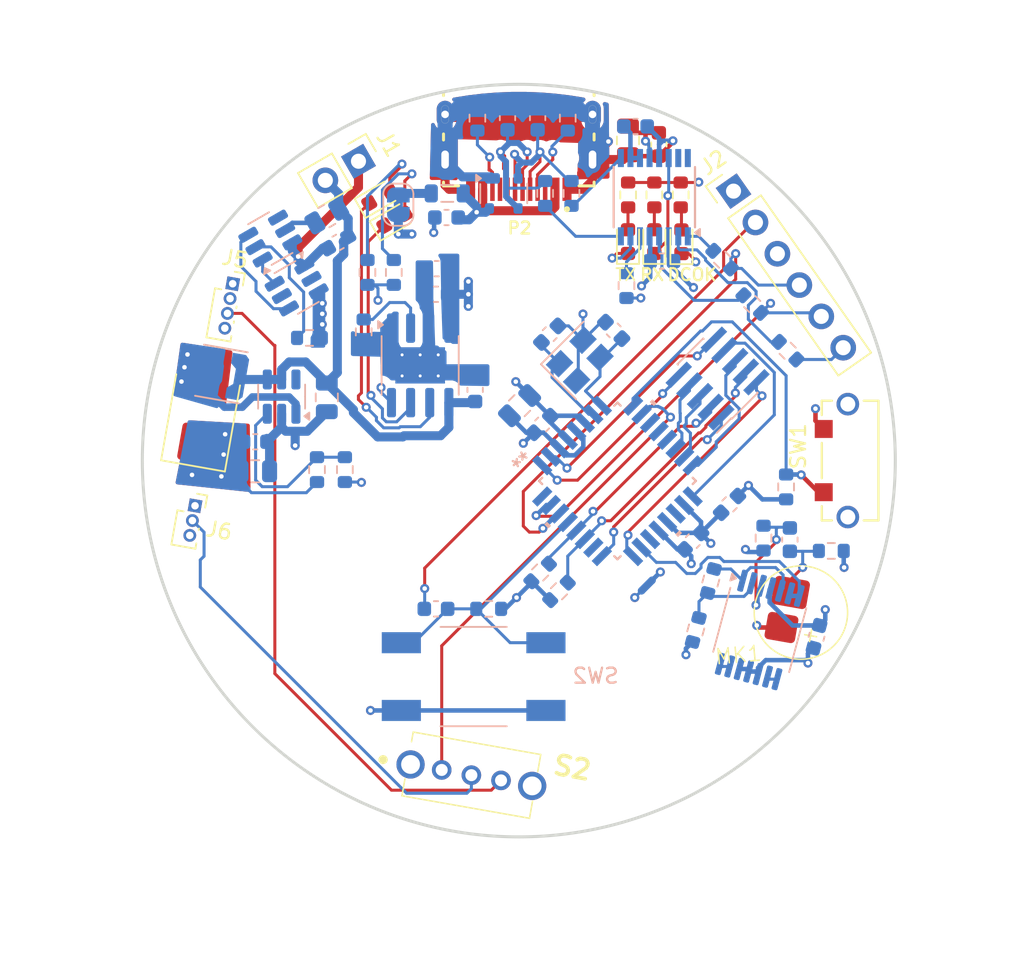
<source format=kicad_pcb>
(kicad_pcb (version 20241229) (generator "pcbnew") (generator_version "9.0")
  (layers (0 "F.Cu" signal) (4 "In1.Cu" signal) (6 "In2.Cu" signal) (2 "B.Cu" signal) (13 "F.Paste" user) (15 "B.Paste" user) (5 "F.SilkS" user "F.Silkscreen") (7 "B.SilkS" user "B.Silkscreen") (1 "F.Mask" user) (3 "B.Mask" user) (25 "Edge.Cuts" user))
  (net 0 "")
  (net 1 "VUSB")
  (net 2 "D+")
  (net 3 "D-")
  (net 4 "Net-(JP2-A)")
  (net 5 "TX")
  (net 6 "RX")
  (net 7 "VCC")
  (net 8 "RTS")
  (net 9 "Net-(P2-CC1)")
  (net 10 "Net-(P2-CC2)")
  (net 13 "Net-(PWR2-A)")
  (net 14 "Net-(TX2-A)")
  (net 15 "Net-(RX2-A)")
  (net 16 "uD-")
  (net 17 "uD+")
  (net 18 "CBUS1")
  (net 19 "CBUS2")
  (net 20 "Net-(U1-3V3OUT)")
  (net 30 "DTR")
  (net 31 "VDDA")
  (net 32 "Net-(U2-PB7(PCINT7{slash}XTAL2{slash}TOSC2))")
  (net 33 "Net-(U2-PB6(PCINT6{slash}XTAL1{slash}TOSC1))")
  (net 34 "RXI")
  (net 35 "TXO")
  (net 36 "Net-(U1-~{RTS})")
  (net 37 "Net-(U1-~{CTS})")
  (net 41 "VBUS_IN")
  (net 42 "Net-(D3-K)")
  (net 43 "Net-(D1-K)")
  (net 44 "BAT+")
  (net 45 "Net-(U3-PROG)")
  (net 46 "/Power/Boost_SW")
  (net 47 "BAT-")
  (net 48 "Net-(U4-OD)")
  (net 49 "Net-(U4-OC)")
  (net 50 "Net-(U4-VCC)")
  (net 51 "Net-(U4-CS)")
  (net 52 "Net-(U5-FB)")
  (net 54 "Net-(J6-Pin_2)")
  (net 55 "Net-(D1-A)")
  (net 56 "Net-(D3-A)")
  (net 57 "LED_DATA_BL")
  (net 58 "LED_SWITCH_SLEEP")
  (net 59 "LED_DATA")
  (net 60 "GPIO3")
  (net 61 "GPIO1")
  (net 62 "GPIO6")
  (net 63 "GPIO7")
  (net 64 "GPIO2")
  (net 65 "GPIO4")
  (net 66 "GPIO8")
  (net 67 "GPIO10")
  (net 68 "GPIO9")
  (net 69 "GPIO5")
  (net 70 "Net-(SW2-A)")
  (net 71 "Net-(U6A-+)")
  (net 72 "Net-(MK1-+)")
  (net 73 "Net-(U6A--)")
  (net 74 "Net-(U6B-+)")
  (net 75 "microphone_out")
  (net 76 "Net-(U6C--)")
  (net 77 "Net-(U6D--)")
  (net 78 "GNDA")
  (net 79 "GND")
  (footprint "Capacitor_SMD:C_0805_2012Metric" (layer "F.Cu") (at 138.25 100.98 -90)
    (property "Reference" "C8" (hide yes))
    (property "Value" "4u7")
  )
  (footprint "LED_SMD:LED_0603_1608Metric" (layer "F.Cu") (at 138.25 107.7 90)
    (property "Reference" "TX")
    (property "Value" "ye")
  )
  (footprint "footprints:GCT_USB4730-GF-A_REVA" (layer "F.Cu") (at 131 99.25 180)
    (property "Reference" "P2")
    (property "Value" "USB_C_Plug_USB2.0_IP67")
    (fp_line (start 5.145 -0.35) (end 5.145 0.35) (stroke (width 0.01)) (layer "Edge.Cuts"))
    (fp_line (start 4.645 0.35) (end 4.645 -0.35) (stroke (width 0.01)) (layer "Edge.Cuts"))
    (fp_line (start -4.645 -0.35) (end -4.645 0.35) (stroke (width 0.01)) (layer "Edge.Cuts"))
    (fp_line (start -5.145 0.35) (end -5.145 -0.35) (stroke (width 0.01)) (layer "Edge.Cuts"))
    (fp_arc (start 5.145 0.35) (mid 5.071777 0.526777) (end 4.895 0.6) (stroke (width 0.01)) (layer "Edge.Cuts"))
    (fp_arc (start 4.895 0.6) (mid 4.718223 0.526777) (end 4.645 0.35) (stroke (width 0.01)) (layer "Edge.Cuts"))
    (fp_arc (start 4.895 -0.6) (mid 5.071777 -0.526777) (end 5.145 -0.35) (stroke (width 0.01)) (layer "Edge.Cuts"))
    (fp_arc (start 4.645 -0.35) (mid 4.718223 -0.526777) (end 4.895 -0.6) (stroke (width 0.01)) (layer "Edge.Cuts"))
    (fp_arc (start -4.645 0.35) (mid -4.718223 0.526777) (end -4.895 0.6) (stroke (width 0.01)) (layer "Edge.Cuts"))
    (fp_arc (start -4.895 0.6) (mid -5.071777 0.526777) (end -5.145 0.35) (stroke (width 0.01)) (layer "Edge.Cuts"))
    (fp_arc (start -4.895 -0.6) (mid -4.718223 -0.526777) (end -4.645 -0.35) (stroke (width 0.01)) (layer "Edge.Cuts"))
    (fp_arc (start -5.145 -0.35) (mid -5.071777 -0.526777) (end -4.895 -0.6) (stroke (width 0.01)) (layer "Edge.Cuts"))
  )
  (footprint "footprints:SW_K2-1112SW-A4SW-04_HRO" (layer "F.Cu") (at 153 122.25 90)
    (property "Reference" "SW1")
    (property "Value" "SW_MEC_5G")
  )
  (footprint "footprints:SS12D07VG4NSGAPA" (layer "F.Cu") (at 125.880385 142.802703 -10)
    (property "Reference" "S2")
    (property "Value" "SS12D07VG4NSGAPA" (hide yes))
  )
  (footprint "Diode_SMD:D_SMB" (layer "F.Cu") (at 110 119 80)
    (property "Reference" "D4" (hide yes))
    (property "Value" "SS34B")
  )
  (footprint "Resistor_SMD:R_0603_1608Metric" (layer "F.Cu") (at 140 104.6 -90)
    (property "Reference" "R12" (hide yes))
    (property "Value" "180R")
  )
  (footprint "Connector_PinHeader_2.54mm:PinHeader_1x02_P2.54mm_Vertical" (layer "F.Cu") (at 120.354182 102.3625 -60)
    (property "Reference" "J1")
    (property "Value" "Conn_01x02_Pin")
  )
  (footprint "LED_SMD:LED_0603_1608Metric" (layer "F.Cu") (at 141.8 107.712499 90)
    (property "Reference" "DCOK")
    (property "Value" "gn")
  )
  (footprint "LED_SMD:LED_0603_1608Metric" (layer "F.Cu") (at 140 107.7 90)
    (property "Reference" "RX")
    (property "Value" "ye")
  )
  (footprint "Connector_PinHeader_2.54mm:PinHeader_1x06_P2.54mm_Vertical" (layer "F.Cu") (at 145.25779 104.348386 35)
    (property "Reference" "J2")
    (property "Value" "Conn_01x06")
  )
  (footprint "LED_SMD:LED_0603_1608Metric" (layer "F.Cu") (at 122.75 106.25 30)
    (property "Reference" "D3" (hide yes))
    (property "Value" "ye")
  )
  (footprint "LED_SMD:LED_0603_1608Metric" (layer "F.Cu") (at 121.75 104.75 30)
    (property "Reference" "D1" (hide yes))
    (property "Value" "gn")
  )
  (footprint "Connector_PinSocket_1.00mm:PinSocket_1x04_P1.00mm_Vertical" (layer "F.Cu") (at 112 110.5 -10)
    (property "Reference" "J5")
    (property "Value" "Conn_01x04")
  )
  (footprint "Resistor_SMD:R_0603_1608Metric" (layer "F.Cu") (at 138.26 104.6 -90)
    (property "Reference" "R10" (hide yes))
    (property "Value" "180R")
  )
  (footprint "Resistor_SMD:R_0603_1608Metric" (layer "F.Cu") (at 141.75 104.6 -90)
    (property "Reference" "R8" (hide yes))
    (property "Value" "480R")
  )
  (footprint "footprints:724-3138 microphone RS Components" (layer "F.Cu") (at 149.75 132.25 170)
    (property "Reference" "MK1")
    (property "Value" "724-3138")
  )
  (footprint "Connector_PinSocket_1.00mm:PinSocket_1x03_P1.00mm_Vertical" (layer "F.Cu") (at 109.5 125.25 -10)
    (property "Reference" "J6")
    (property "Value" "Conn_01x03")
  )
  (footprint "Capacitor_SMD:C_0603_1608Metric" (layer "F.Cu") (at 140.3 101.25 -90)
    (property "Reference" "C7" (hide yes))
    (property "Value" "100nF")
  )
  (footprint "Capacitor_SMD:C_0603_1608Metric" (layer "B.Cu") (at 125.55 109.5)
    (property "Reference" "C13" (hide yes))
    (property "Value" "10u")
  )
  (footprint "Capacitor_SMD:C_0603_1608Metric" (layer "B.Cu") (at 138.75 100.05)
    (property "Reference" "C12" (hide yes))
    (property "Value" "100nF")
  )
  (footprint "Jumper:SolderJumper-2_P1.3mm_Bridged_RoundedPad1.0x1.5mm" (layer "B.Cu") (at 123 105.25 -90)
    (property "Reference" "JP2" (hide yes))
    (property "Value" "SolderJumper_2_Open")
  )
  (footprint "Capacitor_SMD:C_0603_1608Metric" (layer "B.Cu") (at 128.1 117.55 -90)
    (property "Reference" "C18" (hide yes))
    (property "Value" "10u")
  )
  (footprint "Capacitor_SMD:C_0603_1608Metric" (layer "B.Cu") (at 150.769778 133.952954 75)
    (property "Reference" "C21" (hide yes))
    (property "Value" "100n")
  )
  (footprint "Package_SO:SSOP-16_3.9x4.9mm_P0.635mm" (layer "B.Cu") (at 140 104.75 90)
    (property "Reference" "U1" (hide yes))
    (property "Value" "FT230XS")
  )
  (footprint "Capacitor_SMD:C_0603_1608Metric" (layer "B.Cu") (at 125.5 132.1 180)
    (property "Reference" "C1" (hide yes))
    (property "Value" "100n")
  )
  (footprint "Resistor_SMD:R_0603_1608Metric" (layer "B.Cu") (at 132.416637 129.683363 45)
    (property "Reference" "R2" (hide yes))
    (property "Value" "4k7")
  )
  (footprint "Capacitor_SMD:C_0603_1608Metric" (layer "B.Cu") (at 132.25 99.5 90)
    (property "Reference" "C11" (hide yes))
    (property "Value" "47pF")
  )
  (footprint "Capacitor_SMD:C_0603_1608Metric" (layer "B.Cu") (at 142.55 127.6 45)
    (property "Reference" "C2" (hide yes))
    (property "Value" "100n")
  )
  (footprint "Package_TO_SOT_SMD:SOT-143" (layer "B.Cu") (at 130 104.5 -90)
    (property "Reference" "D2" (hide yes))
    (property "Value" "PRTR5V0U2X")
  )
  (footprint "Resistor_SMD:R_0603_1608Metric" (layer "B.Cu") (at 147.25 127.4 -90)
    (property "Reference" "R26" (hide yes))
    (property "Value" "100k")
  )
  (footprint "Resistor_SMD:R_0603_1608Metric" (layer "B.Cu") (at 128.25 99.5 90)
    (property "Reference" "R9" (hide yes))
    (property "Value" "5k1")
  )
  (footprint "Resistor_SMD:R_0603_1608Metric" (layer "B.Cu") (at 143.75 130.25 -105)
    (property "Reference" "R24" (hide yes))
    (property "Value" "100k")
  )
  (footprint "Capacitor_SMD:C_0603_1608Metric" (layer "B.Cu") (at 130.25 99.5 90)
    (property "Reference" "C10" (hide yes))
    (property "Value" "47pF")
  )
  (footprint "Capacitor_SMD:C_0805_2012Metric" (layer "B.Cu") (at 118.25 118.05 -90)
    (property "Reference" "C17" (hide yes))
    (property "Value" "10u")
  )
  (footprint "Resistor_SMD:R_0603_1608Metric" (layer "B.Cu") (at 133.666637 130.933363 45)
    (property "Reference" "R3" (hide yes))
    (property "Value" "4k7")
  )
  (footprint "Connector_PinHeader_1.00mm:PinHeader_2x05_P1.00mm_Vertical_SMD" (layer "B.Cu") (at 144.2 116.8 45)
    (property "Reference" "J4" (hide yes))
    (property "Value" "Conn_02x20_Odd_Even_MountingPin")
  )
  (footprint "Capacitor_SMD:C_0603_1608Metric" (layer "B.Cu") (at 137.3 113.6 -45)
    (property "Reference" "C4" (hide yes))
    (property "Value" "X")
  )
  (footprint "Package_SO:TSSOP-14_4.4x5mm_P0.65mm" (layer "B.Cu") (at 147 133.5 -105)
    (property "Reference" "U6" (hide yes))
    (property "Value" "LM324B")
  )
  (footprint "Resistor_SMD:R_0603_1608Metric" (layer "B.Cu") (at 151.75 128.25 180)
    (property "Reference" "R23" (hide yes))
    (property "Value" "15k")
  )
  (footprint "Capacitor_SMD:C_0603_1608Metric" (layer "B.Cu") (at 140.5 109 180)
    (property "Reference" "C23" (hide yes))
    (property "Value" "100nF")
  )
  (footprint "Resistor_SMD:R_0603_1608Metric" (layer "B.Cu") (at 129 132.1 180)
    (property "Reference" "R1" (hide yes))
    (property "Value" "4k7")
  )
  (footprint "Resistor_SMD:R_0603_1608Metric" (layer "B.Cu") (at 138.15 110.625 -90)
    (property "Reference" "R7" (hide yes))
    (property "Value" "0R")
  )
  (footprint "Capacitor_SMD:C_0805_2012Metric" (layer "B.Cu") (at 131.05 118.6 -135)
    (property "Reference" "C22" (hide yes))
    (property "Value" "4u7")
  )
  (footprint "Resistor_SMD:R_0603_1608Metric" (layer "B.Cu") (at 117.1 114.1)
    (property "Reference" "R18" (hide yes))
    (property "Value" "1k")
  )
  (footprint "Resistor_SMD:R_0805_2012Metric" (layer "B.Cu") (at 118.25 106 -150)
    (property "Reference" "R17" (hide yes))
    (property "Value" "2k5")
  )
  (footprint "Resistor_SMD:R_0603_1608Metric" (layer "B.Cu") (at 144.5 108.9 135)
    (property "Reference" "R5" (hide yes))
    (property "Value" "0R")
  )
  (footprint "Resistor_SMD:R_0603_1608Metric" (layer "B.Cu") (at 119.45 122.85 -90)
    (property "Reference" "R20" (hide yes))
    (property "Value" "10k")
  )
  (footprint "Resistor_SMD:R_0603_1608Metric" (layer "B.Cu") (at 148.75 124 90)
    (property "Reference" "R15" (hide yes))
    (property "Value" "4k7")
  )
  (footprint "Inductor_SMD:L_0805_2012Metric" (layer "B.Cu") (at 126.25 104.5)
    (property "Reference" "FB2" (hide yes))
    (property "Value" "40E@100MHz,5A")
  )
  (footprint "Package_TO_SOT_SMD:SOT-23-6" (layer "B.Cu") (at 116.25 110.75 -150)
    (property "Reference" "Q1" (hide yes))
    (property "Value" "FS8205A")
  )
  (footprint "Capacitor_SMD:C_0603_1608Metric" (layer "B.Cu") (at 113.5 121)
    (property "Reference" "C16" (hide yes))
    (property "Value" "100n")
  )
  (footprint "Taster:SW_Taster_C381039" (layer "B.Cu") (at 128 136.6 180)
    (property "Reference" "SW2")
    (property "Value" "SW_MEC_5G")
  )
  (footprint "Crystal:Crystal_SMD_Abracon_ABM8AIG-4Pin_3.2x2.5mm" (layer "B.Cu") (at 135.05 115.6 45)
    (property "Reference" "Y1" (hide yes))
    (property "Value" "Crystal")
  )
  (footprint "Capacitor_SMD:C_0603_1608Metric" (layer "B.Cu") (at 133.05 113.85 -135)
    (property "Reference" "C5" (hide yes))
    (property "Value" "X")
  )
  (footprint "Inductor_SMD:L_Coilcraft_LPS3010" (layer "B.Cu") (at 111.25 116.5 170)
    (property "Reference" "L1" (hide yes))
    (property "Value" "10u/1A")
  )
  (footprint "Inductor_SMD:L_0603_1608Metric" (layer "B.Cu") (at 144.993153 125.156848 -135)
    (property "Reference" "FB3" (hide yes))
    (property "Value" "40E@100MHz")
  )
  (footprint "NetTie:NetTie-2_SMD_Pad0.5mm" (layer "B.Cu") (at 139.5 130.55 45)
    (property "Reference" "NT1" (hide yes))
    (property "Value" "NetTie_2" (hide yes))
  )
  (footprint "Capacitor_SMD:C_0603_1608Metric" (layer "B.Cu") (at 119 107.75 30)
    (property "Reference" "C14" (hide yes))
    (property "Value" "100n")
  )
  (footprint "Resistor_SMD:R_0603_1608Metric" (layer "B.Cu") (at 120.95 109.75 90)
    (property "Reference" "R21" (hide yes))
    (property "Value" "480R")
  )
  (footprint "Capacitor_SMD:C_0603_1608Metric" (layer "B.Cu") (at 126.2 106.1 180)
    (property "Reference" "C9" (hide yes))
    (property "Value" "10nF")
  )
  (footprint "Resistor_SMD:R_0603_1608Metric" (layer "B.Cu") (at 142.75 133.5 -105)
    (property "Reference" "R25" (hide yes))
    (property "Value" "1k")
  )
  (footprint "Package_TO_SOT_SMD:SOT-23-6" (layer "B.Cu") (at 114.5 107.5 30)
    (property "Reference" "U4" (hide yes))
    (property "Value" "DW01A")
  )
  (footprint "Resistor_SMD:R_0603_1608Metric" (layer "B.Cu") (at 122.7 109.75 90)
    (property "Reference" "R22" (hide yes))
    (property "Value" "180R")
  )
  (footprint "Resistor_SMD:R_0603_1608Metric" (layer "B.Cu") (at 120.7 113.7 -90)
    (property "Reference" "R16" (hide yes))
    (property "Value" "2k5")
  )
  (footprint "Capacitor_SMD:C_0603_1608Metric" (layer "B.Cu") (at 132.55 119.85 45)
    (property "Reference" "C19" (hide yes))
    (property "Value" "100n")
  )
  (footprint "Package_TO_SOT_SMD:SOT-23-6" (layer "B.Cu") (at 115.25 118 90)
    (property "Reference" "U5" (hide yes))
    (property "Value" "MT3608")
  )
  (footprint "ATMEGA328P-AU:TQFP32_32A_MCH" (layer "B.Cu") (at 137.55 123.6 -45)
    (property "Reference" "U2" (hide yes))
    (property "Value" "ATMEGA328P-AU")
  )
  (footprint "Capacitor_SMD:C_0805_2012Metric" (layer "B.Cu") (at 113.5 122.96)
    (property "Reference" "C15" (hide yes))
    (property "Value" "10u")
  )
  (footprint "Resistor_SMD:R_0603_1608Metric" (layer "B.Cu") (at 148.85 114.95 -45)
    (property "Reference" "R6" (hide yes))
    (property "Value" "0R")
  )
  (footprint "Package_SO:SOIC-8-1EP_3.9x4.9mm_P1.27mm_EP2.41x3.3mm_ThermalVias" (layer "B.Cu") (at 124.449999 115.925001 -90)
    (property "Reference" "U3" (hide yes))
    (property "Value" "TP4056-42-ESOP8")
  )
  (footprint "Resistor_SMD:R_0603_1608Metric" (layer "B.Cu") (at 134.25 99.5 90)
    (property "Reference" "R11" (hide yes))
    (property "Value" "5k1")
  )
  (footprint "Resistor_SMD:R_0603_1608Metric" (layer "B.Cu") (at 132.75 104.5 90)
    (property "Reference" "R14" (hide yes))
    (property "Value" "27R")
  )
  (footprint "Resistor_SMD:R_0603_1608Metric" (layer "B.Cu") (at 134.5 104.5 -90)
    (property "Reference" "R13" (hide yes))
    (property "Value" "27R")
  )
  (footprint "Capacitor_SMD:C_0603_1608Metric" (layer "B.Cu") (at 149 127.5 90)
    (property "Reference" "C20" (hide yes))
    (property "Value" "100n")
  )
  (footprint "Resistor_SMD:R_0603_1608Metric" (layer "B.Cu") (at 117.6 122.85 90)
    (property "Reference" "R19" (hide yes))
    (property "Value" "75k")
  )
  (footprint "Resistor_SMD:R_0603_1608Metric" (layer "B.Cu") (at 146.5 111.85 -45)
    (property "Reference" "R4" (hide yes))
    (property "Value" "0R")
  )
  (footprint "Capacitor_SMD:C_0603_1608Metric" (layer "B.Cu") (at 125.5 111.2)
    (property "Reference" "C6" (hide yes))
    (property "Value" "100n")
  )
  (gr_circle (center 131 122.25) (end 156 122.25) (stroke (width 0.2)) (fill no) (layer "Edge.Cuts"))
  (segment (start 133.15 105.65) (end 133.399 105.401) (width 0.6) (layer "F.Cu") (net 1))
  (segment (start 133.4 105.4) (end 133.4 104.225) (width 0.6) (layer "F.Cu") (net 1))
  (segment (start 128.948 105.65) (end 133.15 105.65) (width 0.6) (layer "F.Cu") (net 1))
  (segment (start 128.6 105.302) (end 128.699 105.401) (width 0.4) (layer "F.Cu") (net 1))
  (segment (start 128.699 105.401) (end 128.948 105.65) (width 0.6) (layer "F.Cu") (net 1))
  (segment (start 128.6 105.35) (end 128.2 105.75) (width 0.6) (layer "F.Cu") (net 1))
  (segment (start 128.6 104.225) (end 128.6 105.302) (width 0.4) (layer "F.Cu") (net 1))
  (segment (start 128.6 104.225) (end 128.6 105.35) (width 0.6) (layer "F.Cu") (net 1))
  (segment (start 133.399 105.401) (end 133.4 105.4) (width 0.4) (layer "F.Cu") (net 1))
  (via (at 128.2 105.75) (size 0.6) (drill 0.3) (layers "F.Cu" "B.Cu") (net 1))
  (segment (start 126.925001 106.25) (end 127.7 106.25) (width 0.6) (layer "B.Cu") (net 1))
  (segment (start 128.2 105.75) (end 128.8 105.75) (width 0.6) (layer "B.Cu") (net 1))
  (segment (start 128.2 105.75) (end 128.2 105.3875) (width 0.4) (layer "B.Cu") (net 1))
  (segment (start 128.8 105.75) (end 129.05 105.5) (width 0.6) (layer "B.Cu") (net 1))
  (segment (start 127.7 106.25) (end 128.2 105.75) (width 0.6) (layer "B.Cu") (net 1))
  (segment (start 128.2 105.3875) (end 127.3125 104.5) (width 0.6) (layer "B.Cu") (net 1))
  (segment (start 131.555326 102.59462) (end 131.555326 101.742615) (width 0.2) (layer "F.Cu") (net 2))
  (segment (start 129.986404 102.858078) (end 130.25 103.121674) (width 0.2) (layer "F.Cu") (net 2))
  (segment (start 131.25 102.899946) (end 131.555326 102.59462) (width 0.2) (layer "F.Cu") (net 2))
  (segment (start 130.057758 102.288838) (end 129.986404 102.360192) (width 0.2) (layer "F.Cu") (net 2))
  (segment (start 129.986404 102.360192) (end 129.986404 102.858078) (width 0.2) (layer "F.Cu") (net 2))
  (segment (start 130.25 103.121674) (end 130.25 104.225) (width 0.2) (layer "F.Cu") (net 2))
  (segment (start 130.057758 102.012924) (end 130.057758 102.288838) (width 0.2) (layer "F.Cu") (net 2))
  (segment (start 131.25 104.225) (end 131.25 102.899946) (width 0.2) (layer "F.Cu") (net 2))
  (segment (start 129.783311 101.738477) (end 130.057758 102.012924) (width 0.2) (layer "F.Cu") (net 2))
  (via (at 131.555326 101.742615) (size 0.6) (drill 0.3) (layers "F.Cu" "B.Cu") (net 2))
  (via (at 129.783311 101.738477) (size 0.6) (drill 0.3) (layers "F.Cu" "B.Cu") (net 2))
  (segment (start 130.25 100.275) (end 130.25 101.028212) (width 0.2) (layer "B.Cu") (net 2))
  (segment (start 132.274 104.151) (end 130.202 104.151) (width 0.2) (layer "B.Cu") (net 2))
  (segment (start 130.25 101.028212) (end 130.371788 101.15) (width 0.2) (layer "B.Cu") (net 2))
  (segment (start 130.151 102.39164) (end 129.783311 102.023951) (width 0.4) (layer "B.Cu") (net 2))
  (segment (start 130.371788 101.15) (end 130.962711 101.15) (width 0.4) (layer "B.Cu") (net 2))
  (segment (start 129.783311 101.738477) (end 130.371788 101.15) (width 0.4) (layer "B.Cu") (net 2))
  (segment (start 130.962711 101.15) (end 131.555326 101.742615) (width 0.4) (layer "B.Cu") (net 2))
  (segment (start 132.75 103.675) (end 132.274 104.151) (width 0.2) (layer "B.Cu") (net 2))
  (segment (start 130.151 104.1) (end 130.151 102.39164) (width 0.4) (layer "B.Cu") (net 2))
  (segment (start 130.202 104.151) (end 130.151 104.1) (width 0.2) (layer "B.Cu") (net 2))
  (segment (start 129.783311 102.023951) (end 129.783311 101.738477) (width 0.4) (layer "B.Cu") (net 2))
  (segment (start 130.95 105.5) (end 130.151 104.701) (width 0.4) (layer "B.Cu") (net 2))
  (segment (start 130.151 104.701) (end 130.151 104.1) (width 0.4) (layer "B.Cu") (net 2))
  (segment (start 131.75 104.225) (end 131.75 103.047064) (width 0.2) (layer "F.Cu") (net 3))
  (segment (start 130.75 104.225) (end 130.75 101.929979) (width 0.2) (layer "F.Cu") (net 3))
  (segment (start 131.75 103.047064) (end 132.405296 102.391768) (width 0.2) (layer "F.Cu") (net 3))
  (segment (start 130.75 101.929979) (end 130.720021 101.9) (width 0.2) (layer "F.Cu") (net 3))
  (segment (start 132.405296 102.391768) (end 132.405296 101.750062) (width 0.2) (layer "F.Cu") (net 3))
  (via (at 130.720021 101.9) (size 0.6) (drill 0.3) (layers "F.Cu" "B.Cu") (net 3))
  (via (at 132.405296 101.750062) (size 0.6) (drill 0.3) (layers "F.Cu" "B.Cu") (net 3))
  (segment (start 132.351063 101.750062) (end 132.405296 101.750062) (width 0.2) (layer "B.Cu") (net 3))
  (segment (start 130.720021 101.970021) (end 131.2 102.45) (width 0.4) (layer "B.Cu") (net 3))
  (segment (start 130.720021 101.9) (end 130.720021 101.970021) (width 0.4) (layer "B.Cu") (net 3))
  (segment (start 131.2 102.45) (end 131.839305 102.45) (width 0.4) (layer "B.Cu") (net 3))
  (segment (start 134.330234 103.675) (end 132.405296 101.750062) (width 0.2) (layer "B.Cu") (net 3))
  (segment (start 130.658973 101.9) (end 130.6 101.841027) (width 0.2) (layer "B.Cu") (net 3))
  (segment (start 132.348937 101.750062) (end 132.405296 101.750062) (width 0.2) (layer "B.Cu") (net 3))
  (segment (start 132.405296 101.884009) (end 132.405296 101.750062) (width 0.4) (layer "B.Cu") (net 3))
  (segment (start 130.95 102.7) (end 131.2 102.45) (width 0.4) (layer "B.Cu") (net 3))
  (segment (start 130.95 103.5) (end 130.95 102.7) (width 0.4) (layer "B.Cu") (net 3))
  (segment (start 131.839305 102.45) (end 132.405296 101.884009) (width 0.4) (layer "B.Cu") (net 3))
  (segment (start 134.5 103.675) (end 134.330234 103.675) (width 0.2) (layer "B.Cu") (net 3))
  (segment (start 132.25 100.275) (end 132.25 101.594766) (width 0.2) (layer "B.Cu") (net 3))
  (segment (start 132.25 101.651125) (end 132.348937 101.750062) (width 0.2) (layer "B.Cu") (net 3))
  (segment (start 132.25 101.594766) (end 132.405296 101.750062) (width 0.2) (layer "B.Cu") (net 3))
  (segment (start 130.720021 101.9) (end 130.658973 101.9) (width 0.2) (layer "B.Cu") (net 3))
  (segment (start 132.35 101.751125) (end 132.351063 101.750062) (width 0.2) (layer "B.Cu") (net 3))
  (segment (start 125.1875 104.5) (end 123.1 104.5) (width 0.6) (layer "B.Cu") (net 4))
  (segment (start 123.1 104.5) (end 123 104.6) (width 0.4) (layer "B.Cu") (net 4))
  (segment (start 142.2225 107.35) (end 142.95 107.35) (width 0.2) (layer "B.Cu") (net 5))
  (segment (start 142.2225 107.701745) (end 142.2225 107.35) (width 0.2) (layer "B.Cu") (net 5))
  (segment (start 142.95 107.35) (end 143.916637 108.316637) (width 0.2) (layer "B.Cu") (net 5))
  (segment (start 142.633943 111.602513) (end 145.580761 111.602513) (width 0.2) (layer "B.Cu") (net 6))
  (segment (start 140.5015 109.47007) (end 142.633943 111.602513) (width 0.2) (layer "B.Cu") (net 6))
  (segment (start 145.580761 111.602513) (end 145.916637 111.266637) (width 0.2) (layer "B.Cu") (net 6))
  (segment (start 140.5015 108.551391) (end 140.5015 109.47007) (width 0.2) (layer "B.Cu") (net 6))
  (segment (start 140.3175 107.35) (end 140.3175 108.367391) (width 0.2) (layer "B.Cu") (net 6))
  (segment (start 140.3175 108.367391) (end 140.5015 108.551391) (width 0.2) (layer "B.Cu") (net 6))
  (segment (start 142.925 103.775) (end 142.95 103.75) (width 0.2) (layer "F.Cu") (net 7))
  (segment (start 139.413917 101.02578) (end 139.413917 100.538917) (width 0.3) (layer "F.Cu") (net 7))
  (segment (start 140.3 100.475) (end 139.35 100.475) (width 0.3) (layer "F.Cu") (net 7))
  (segment (start 139.35 100.475) (end 138.695 100.475) (width 0.3) (layer "F.Cu") (net 7))
  (segment (start 141.75 103.775) (end 142.925 103.775) (width 0.2) (layer "F.Cu") (net 7))
  (segment (start 139.413917 100.538917) (end 139.35 100.475) (width 0.3) (layer "F.Cu") (net 7))
  (segment (start 141.75 103.775) (end 140 103.775) (width 0.2) (layer "F.Cu") (net 7))
  (segment (start 138.695 100.475) (end 138.25 100.03) (width 0.3) (layer "F.Cu") (net 7))
  (segment (start 140 103.775) (end 138.26 103.775) (width 0.2) (layer "F.Cu") (net 7))
  (via (at 142.95 103.75) (size 0.6) (drill 0.3) (layers "F.Cu" "B.Cu") (net 7))
  (via (at 142.6 110.75) (size 0.6) (drill 0.3) (layers "F.Cu" "B.Cu") (net 7))
  (via (at 109.3 123.2) (size 0.6) (drill 0.3) (layers "F.Cu" "B.Cu") (net 7))
  (via (at 139.413917 101.02578) (size 0.6) (drill 0.3) (layers "F.Cu" "B.Cu") (net 7))
  (via (at 146.25 123.9) (size 0.6) (drill 0.3) (layers "F.Cu" "B.Cu") (net 7))
  (via (at 111.4 121.85) (size 0.6) (drill 0.3) (layers "F.Cu" "B.Cu") (net 7))
  (via (at 111.5 120.5) (size 0.6) (drill 0.3) (layers "F.Cu" "B.Cu") (net 7))
  (via (at 111.25 123.3) (size 0.6) (drill 0.3) (layers "F.Cu" "B.Cu") (net 7))
  (via (at 130.8 117.006496) (size 0.6) (drill 0.3) (layers "F.Cu" "B.Cu") (net 7))
  (via (at 130.85 131.35) (size 0.6) (drill 0.3) (layers "F.Cu" "B.Cu") (net 7))
  (segment (start 131.721752 117.928248) (end 130.8 117.006496) (width 0.3) (layer "B.Cu") (net 7))
  (segment (start 131.833274 130.266726) (end 133.083274 131.516726) (width 0.3) (layer "B.Cu") (net 7))
  (segment (start 133.095496 119.301992) (end 131.721752 117.928248) (width 0.3) (layer "B.Cu") (net 7))
  (segment (start 130.8 117) (end 130.8 117.006496) (width 0.3) (layer "B.Cu") (net 7))
  (segment (start 139.6825 101.294363) (end 139.413917 101.02578) (width 0.3) (layer "B.Cu") (net 7))
  (segment (start 145.55 124.6) (end 146.25 123.9) (width 0.3) (layer "B.Cu") (net 7))
  (segment (start 134.917591 119.270535) (end 133.129465 119.270535) (width 0.3) (layer "B.Cu") (net 7))
  (segment (start 142.550001 110.75) (end 142.6 110.75) (width 0.3) (layer "B.Cu") (net 7))
  (segment (start 141.275001 109.475) (end 142.550001 110.75) (width 0.3) (layer "B.Cu") (net 7))
  (segment (start 113.251 124.386) (end 112.55 123.685) (width 0.2) (layer "B.Cu") (net 7))
  (segment (start 147.175 124.825) (end 146.25 123.9) (width 0.3) (layer "B.Cu") (net 7))
  (segment (start 131.833274 130.266726) (end 131.833274 130.366726) (width 0.3) (layer "B.Cu") (net 7))
  (segment (start 140.9525 107.35) (end 140.9525 108.677499) (width 0.3) (layer "B.Cu") (net 7))
  (segment (start 135.383141 119.736085) (end 134.917591 119.270535) (width 0.3) (layer "B.Cu") (net 7))
  (segment (start 112.55 123.685) (end 112.55 122.96) (width 0.2) (layer "B.Cu") (net 7))
  (segment (start 117.6 123.675) (end 116.889 124.386) (width 0.2) (layer "B.Cu") (net 7))
  (segment (start 139.6825 102.15) (end 139.6825 101.294363) (width 0.3) (layer "B.Cu") (net 7))
  (segment (start 116.889 124.386) (end 113.251 124.386) (width 0.2) (layer "B.Cu") (net 7))
  (segment (start 140.9525 108.677499) (end 141.275001 109) (width 0.3) (layer "B.Cu") (net 7))
  (segment (start 141.275001 109) (end 141.275001 109.475) (width 0.3) (layer "B.Cu") (net 7))
  (segment (start 133.098008 119.713692) (end 133.098008 119.301992) (width 0.3) (layer "B.Cu") (net 7))
  (segment (start 133.098008 119.301992) (end 133.095496 119.301992) (width 0.3) (layer "B.Cu") (net 7))
  (segment (start 129.825 132.1) (end 130.1 132.1) (width 0.3) (layer "B.Cu") (net 7))
  (segment (start 148.75 124.825) (end 147.175 124.825) (width 0.3) (layer "B.Cu") (net 7))
  (segment (start 134.251771 120.867455) (end 133.098008 119.713692) (width 0.3) (layer "B.Cu") (net 7))
  (segment (start 130.1 132.1) (end 130.85 131.35) (width 0.3) (layer "B.Cu") (net 7))
  (segment (start 131.833274 130.366726) (end 130.85 131.35) (width 0.3) (layer "B.Cu") (net 7))
  (segment (start 133.129465 119.270535) (end 133.098008 119.301992) (width 0.3) (layer "B.Cu") (net 7))
  (segment (start 149.433363 115.533363) (end 151.760465 115.533363) (width 0.2) (layer "B.Cu") (net 8))
  (segment (start 151.760465 115.533363) (end 152.542211 114.751617) (width 0.2) (layer "B.Cu") (net 8))
  (segment (start 132.25 104.225) (end 132.25 103.25) (width 0.2) (layer "F.Cu") (net 9))
  (segment (start 132.25 103.25) (end 133.255298 102.244702) (width 0.2) (layer "F.Cu") (net 9))
  (segment (start 133.255298 102.244702) (end 133.255298 101.750094) (width 0.2) (layer "F.Cu") (net 9))
  (via (at 133.255298 101.750094) (size 0.6) (drill 0.3) (layers "F.Cu" "B.Cu") (net 9))
  (segment (start 133.198441 101.376559) (end 133.198441 101.693237) (width 0.2) (layer "B.Cu") (net 9))
  (segment (start 134.25 100.325) (end 133.198441 101.376559) (width 0.2) (layer "B.Cu") (net 9))
  (segment (start 133.198441 101.693237) (end 133.255298 101.750094) (width 0.2) (layer "B.Cu") (net 9))
  (segment (start 129.027263 102.128469) (end 129.027263 102.947561) (width 0.2) (layer "F.Cu") (net 10))
  (segment (start 129.065023 102.090709) (end 129.027263 102.128469) (width 0.2) (layer "F.Cu") (net 10))
  (segment (start 129.25 103.092926) (end 129.25 104.225) (width 0.2) (layer "F.Cu") (net 10))
  (segment (start 129.107072 102.949998) (end 129.25 103.092926) (width 0.2) (layer "F.Cu") (net 10))
  (segment (start 129.027263 102.947561) (end 129.0297 102.949998) (width 0.2) (layer "F.Cu") (net 10))
  (segment (start 129.0297 102.949998) (end 129.107072 102.949998) (width 0.2) (layer "F.Cu") (net 10))
  (via (at 129.065023 102.090709) (size 0.6) (drill 0.3) (layers "F.Cu" "B.Cu") (net 10))
  (segment (start 128.25 100.325) (end 128.25 101.275686) (width 0.2) (layer "B.Cu") (net 10))
  (segment (start 128.25 101.275686) (end 129.065023 102.090709) (width 0.2) (layer "B.Cu") (net 10))
  (segment (start 141.8 106.924998) (end 141.8 105.475) (width 0.2) (layer "F.Cu") (net 13))
  (segment (start 141.8 105.475) (end 141.75 105.425) (width 0.2) (layer "F.Cu") (net 13))
  (segment (start 138.25 106.912499) (end 138.25 105.435) (width 0.2) (layer "F.Cu") (net 14))
  (segment (start 138.25 105.435) (end 138.26 105.425) (width 0.2) (layer "F.Cu") (net 14))
  (segment (start 140 106.912499) (end 140 105.425) (width 0.2) (layer "F.Cu") (net 15))
  (segment (start 134.6025 105.325) (end 137.7775 102.15) (width 0.2) (layer "B.Cu") (net 16))
  (segment (start 134.5 105.325) (end 134.6025 105.325) (width 0.2) (layer "B.Cu") (net 16))
  (segment (start 134.775 107.35) (end 137.7775 107.35) (width 0.2) (layer "B.Cu") (net 17))
  (segment (start 132.75 105.325) (end 134.775 107.35) (width 0.2) (layer "B.Cu") (net 17))
  (segment (start 140.9 107.65) (end 140.837501 107.65) (width 0.2) (layer "F.Cu") (net 18))
  (segment (start 140 108.487501) (end 140.062499 108.487501) (width 0.2) (layer "F.Cu") (net 18))
  (segment (start 140.9 104.65) (end 140.9 107.65) (width 0.2) (layer "F.Cu") (net 18))
  (segment (start 140.837501 107.65) (end 140 108.487501) (width 0.2) (layer "F.Cu") (net 18))
  (via (at 140.9 104.65) (size 0.6) (drill 0.3) (layers "F.Cu" "B.Cu") (net 18))
  (segment (start 140.9525 102.15) (end 140.9525 104.5975) (width 0.2) (layer "B.Cu") (net 18))
  (segment (start 140.9525 104.5975) (end 140.9 104.65) (width 0.2) (layer "B.Cu") (net 18))
  (segment (start 137.512499 108.487501) (end 137.2 108.8) (width 0.2) (layer "F.Cu") (net 19))
  (segment (start 138.25 108.487501) (end 137.512499 108.487501) (width 0.2) (layer "F.Cu") (net 19))
  (via (at 137.2 108.8) (size 0.6) (drill 0.3) (layers "F.Cu" "B.Cu") (net 19))
  (segment (start 138.4125 108.15) (end 137.7625 108.8) (width 0.2) (layer "B.Cu") (net 19))
  (segment (start 137.7625 108.8) (end 137.2 108.8) (width 0.2) (layer "B.Cu") (net 19))
  (segment (start 138.4125 107.35) (end 138.4125 108.15) (width 0.2) (layer "B.Cu") (net 19))
  (segment (start 138.4125 100.4875) (end 138.4125 102.15) (width 0.3) (layer "B.Cu") (net 20))
  (segment (start 138.4125 102.15) (end 139.0475 102.15) (width 0.3) (layer "B.Cu") (net 20))
  (segment (start 137.975 100.05) (end 138.4125 100.4875) (width 0.3) (layer "B.Cu") (net 20))
  (segment (start 124.75 130.75) (end 124.75 129.392836) (width 0.2) (layer "F.Cu") (net 30))
  (segment (start 144.6 109.542836) (end 144.6 108.4) (width 0.2) (layer "F.Cu") (net 30))
  (segment (start 144.6 108.4) (end 146.570966 106.429034) (width 0.2) (layer "F.Cu") (net 30))
  (segment (start 124.75 129.392836) (end 144.6 109.542836) (width 0.2) (layer "F.Cu") (net 30))
  (segment (start 146.570966 106.429034) (end 146.714674 106.429034) (width 0.2) (layer "F.Cu") (net 30))
  (via (at 124.75 130.75) (size 0.6) (drill 0.3) (layers "F.Cu" "B.Cu") (net 30))
  (segment (start 124.75 132.074999) (end 124.75 130.75) (width 0.2) (layer "B.Cu") (net 30))
  (segment (start 124.724999 132.1) (end 124.75 132.074999) (width 0.2) (layer "B.Cu") (net 30))
  (via (at 143.75 127.75) (size 0.6) (drill 0.3) (layers "F.Cu" "B.Cu") (net 31))
  (via (at 151.35 132.15) (size 0.6) (drill 0.3) (layers "F.Cu" "B.Cu") (net 31))
  (via (at 152.6 129.35) (size 0.6) (drill 0.3) (layers "F.Cu" "B.Cu") (net 31))
  (segment (start 141.979601 125.201173) (end 143.098008 126.31958) (width 0.3) (layer "B.Cu") (net 31))
  (segment (start 150.970363 133.204361) (end 151.35 132.824724) (width 0.3) (layer "B.Cu") (net 31))
  (segment (start 150.970363 133.204361) (end 149.178981 133.204361) (width 0.3) (layer "B.Cu") (net 31))
  (segment (start 147.655045 131.680425) (end 147.655045 130.820861) (width 0.3) (layer "B.Cu") (net 31))
  (segment (start 152.575 129.325) (end 152.6 129.35) (width 0.3) (layer "B.Cu") (net 31))
  (segment (start 143.098008 126.31958) (end 143.098008 127.051992) (width 0.3) (layer "B.Cu") (net 31))
  (segment (start 141.567676 127.051992) (end 143.098008 127.051992) (width 0.3) (layer "B.Cu") (net 31))
  (segment (start 151.35 132.824724) (end 151.35 132.15) (width 0.3) (layer "B.Cu") (net 31))
  (segment (start 140.848229 126.332545) (end 141.567676 127.051992) (width 0.3) (layer "B.Cu") (net 31))
  (segment (start 144.243153 125.906848) (end 143.098008 127.051992) (width 0.3) (layer "B.Cu") (net 31))
  (segment (start 147.655045 130.820861) (end 147.740869 130.735037) (width 0.3) (layer "B.Cu") (net 31))
  (segment (start 152.575 128.25) (end 152.575 129.325) (width 0.3) (layer "B.Cu") (net 31))
  (segment (start 143.098008 127.098008) (end 143.75 127.75) (width 0.3) (layer "B.Cu") (net 31))
  (segment (start 149.178981 133.204361) (end 147.655045 131.680425) (width 0.3) (layer "B.Cu") (net 31))
  (segment (start 143.098008 127.051992) (end 143.098008 127.098008) (width 0.3) (layer "B.Cu") (net 31))
  (segment (start 136.393504 116.662078) (end 135.427791 117.627791) (width 0.2) (layer "B.Cu") (net 32))
  (segment (start 136.393504 115.387872) (end 136.608144 115.387872) (width 0.2) (layer "B.Cu") (net 32))
  (segment (start 136.404715 118.604715) (end 136.514511 118.604715) (width 0.2) (layer "B.Cu") (net 32))
  (segment (start 136.393504 115.387872) (end 136.393504 116.662078) (width 0.2) (layer "B.Cu") (net 32))
  (segment (start 135.427791 117.627791) (end 136.404715 118.604715) (width 0.2) (layer "B.Cu") (net 32))
  (segment (start 136.608144 115.387872) (end 137.848008 114.148008) (width 0.2) (layer "B.Cu") (net 32))
  (segment (start 135.649142 119.1704) (end 135.948826 119.1704) (width 0.2) (layer "B.Cu") (net 33))
  (segment (start 132.501992 114.607624) (end 133.706496 115.812128) (width 0.2) (layer "B.Cu") (net 33))
  (segment (start 133.211521 116.732779) (end 135.649142 119.1704) (width 0.2) (layer "B.Cu") (net 33))
  (segment (start 133.706496 115.812128) (end 133.211521 116.307103) (width 0.2) (layer "B.Cu") (net 33))
  (segment (start 133.211521 116.307103) (end 133.211521 116.732779) (width 0.2) (layer "B.Cu") (net 33))
  (segment (start 132.501992 114.398008) (end 132.501992 114.607624) (width 0.2) (layer "B.Cu") (net 33))
  (segment (start 131.7 127) (end 132.35 127) (width 0.2) (layer "F.Cu") (net 34))
  (segment (start 132.35 127) (end 132.6 126.75) (width 0.2) (layer "F.Cu") (net 34))
  (segment (start 145.4 108.5) (end 145.4 110.2) (width 0.2) (layer "F.Cu") (net 34))
  (segment (start 131.3 124.3) (end 131.3 126.6) (width 0.2) (layer "F.Cu") (net 34))
  (segment (start 131.3 126.6) (end 131.7 127) (width 0.2) (layer "F.Cu") (net 34))
  (segment (start 145.4 110.2) (end 131.3 124.3) (width 0.2) (layer "F.Cu") (net 34))
  (via (at 145.4 108.5) (size 0.6) (drill 0.3) (layers "F.Cu" "B.Cu") (net 34))
  (via (at 132.6 126.75) (size 0.6) (drill 0.3) (layers "F.Cu" "B.Cu") (net 34))
  (segment (start 133.583141 125.766859) (end 132.6 126.75) (width 0.3) (layer "B.Cu") (net 34))
  (segment (start 145.796481 109.483363) (end 146.903443 110.590325) (width 0.2) (layer "B.Cu") (net 34))
  (segment (start 145.083363 108.816637) (end 145.4 108.5) (width 0.2) (layer "B.Cu") (net 34))
  (segment (start 133.686085 125.766859) (end 133.583141 125.766859) (width 0.3) (layer "B.Cu") (net 34))
  (segment (start 145.083363 109.483363) (end 145.083363 108.816637) (width 0.2) (layer "B.Cu") (net 34))
  (segment (start 145.083363 109.483363) (end 145.796481 109.483363) (width 0.2) (layer "B.Cu") (net 34))
  (segment (start 146.903443 110.590325) (end 149.628442 110.590325) (width 0.2) (layer "B.Cu") (net 34))
  (segment (start 132.2 125.95) (end 132.15 125.9) (width 0.2) (layer "F.Cu") (net 35))
  (segment (start 147.716726 111.8) (end 133.566726 125.95) (width 0.2) (layer "F.Cu") (net 35))
  (segment (start 133.566726 125.95) (end 132.2 125.95) (width 0.2) (layer "F.Cu") (net 35))
  (via (at 132.15 125.9) (size 0.6) (drill 0.3) (layers "F.Cu" "B.Cu") (net 35))
  (via (at 147.716726 111.8) (size 0.6) (drill 0.3) (layers "F.Cu" "B.Cu") (net 35))
  (segment (start 132.848826 125.201174) (end 132.15 125.9) (width 0.3) (layer "B.Cu") (net 35))
  (segment (start 147.75 111.8) (end 147.716726 111.8) (width 0.2) (layer "B.Cu") (net 35))
  (segment (start 133.1204 125.201174) (end 132.848826 125.201174) (width 0.3) (layer "B.Cu") (net 35))
  (segment (start 147.083363 112.433363) (end 150.847719 112.433363) (width 0.2) (layer "B.Cu") (net 35))
  (segment (start 150.847719 112.433363) (end 151.085327 112.670971) (width 0.2) (layer "B.Cu") (net 35))
  (segment (start 147.083363 112.433363) (end 147.716726 111.8) (width 0.2) (layer "B.Cu") (net 35))
  (segment (start 142.82428 108.251) (end 141.6885 108.251) (width 0.2) (layer "B.Cu") (net 36))
  (segment (start 146.173275 110.425843) (end 144.886477 110.425843) (width 0.2) (layer "B.Cu") (net 36))
  (segment (start 143.4 108.939366) (end 143.4 108.82672) (width 0.2) (layer "B.Cu") (net 36))
  (segment (start 146.242569 111.932071) (end 146.757431 111.417209) (width 0.2) (layer "B.Cu") (net 36))
  (segment (start 146.757431 111.009999) (end 146.173275 110.425843) (width 0.2) (layer "B.Cu") (net 36))
  (segment (start 141.5875 108.15) (end 141.5875 107.35) (width 0.2) (layer "B.Cu") (net 36))
  (segment (start 144.886477 110.425843) (end 143.4 108.939366) (width 0.2) (layer "B.Cu") (net 36))
  (segment (start 141.6885 108.251) (end 141.5875 108.15) (width 0.2) (layer "B.Cu") (net 36))
  (segment (start 146.757431 111.417209) (end 146.757431 111.009999) (width 0.2) (layer "B.Cu") (net 36))
  (segment (start 147.737392 114.366637) (end 146.242569 112.871814) (width 0.2) (layer "B.Cu") (net 36))
  (segment (start 148.266637 114.366637) (end 147.737392 114.366637) (width 0.2) (layer "B.Cu") (net 36))
  (segment (start 146.242569 112.871814) (end 146.242569 111.932071) (width 0.2) (layer "B.Cu") (net 36))
  (segment (start 143.4 108.82672) (end 142.82428 108.251) (width 0.2) (layer "B.Cu") (net 36))
  (segment (start 138.15 109.0475) (end 139.0475 108.15) (width 0.2) (layer "B.Cu") (net 37))
  (segment (start 138.15 109.8) (end 138.15 109.0475) (width 0.2) (layer "B.Cu") (net 37))
  (segment (start 139.0475 108.15) (end 139.0475 107.35) (width 0.2) (layer "B.Cu") (net 37))
  (via (at 121.850421 117.396316) (size 0.6) (drill 0.3) (layers "F.Cu" "B.Cu") (net 41))
  (via (at 123.9 107.2) (size 0.6) (drill 0.3) (layers "F.Cu" "B.Cu") (net 41))
  (via (at 123 107.2) (size 0.6) (drill 0.3) (layers "F.Cu" "B.Cu") (net 41))
  (via (at 127.65 111.2) (size 0.6) (drill 0.3) (layers "F.Cu" "B.Cu") (net 41))
  (via (at 127.65 112) (size 0.6) (drill 0.3) (layers "F.Cu" "B.Cu") (net 41))
  (via (at 127.65 110.35) (size 0.6) (drill 0.3) (layers "F.Cu" "B.Cu") (net 41))
  (via (at 121.65 111.6) (size 0.6) (drill 0.3) (layers "F.Cu" "B.Cu") (net 41))
  (segment (start 127.65 111.2) (end 127.65 112) (width 0.6) (layer "B.Cu") (net 41))
  (segment (start 123 105.9) (end 123.375 105.9) (width 0.4) (layer "B.Cu") (net 41))
  (segment (start 121.850421 117.705423) (end 121.850421 117.396316) (width 0.2) (layer "B.Cu") (net 41))
  (segment (start 126.275001 111.2) (end 127.65 111.2) (width 0.6) (layer "B.Cu") (net 41))
  (segment (start 123 105.9) (end 123 107.15) (width 0.6) (layer "B.Cu") (net 41))
  (segment (start 126.325001 109.5) (end 126.325001 109.225001) (width 0.6) (layer "B.Cu") (net 41))
  (segment (start 123 107.2) (end 123.9 107.2) (width 0.6) (layer "B.Cu") (net 41))
  (segment (start 121.65 110.8) (end 121.65 111.6) (width 0.2) (layer "B.Cu") (net 41))
  (segment (start 127.65 111.2) (end 127.65 110.35) (width 0.6) (layer "B.Cu") (net 41))
  (segment (start 120.95 110.575) (end 121.425 110.575) (width 0.2) (layer "B.Cu") (net 41))
  (segment (start 121.425 110.575) (end 121.65 110.8) (width 0.2) (layer "B.Cu") (net 41))
  (segment (start 122.544998 118.4) (end 121.850421 117.705423) (width 0.2) (layer "B.Cu") (net 41))
  (segment (start 120.95 110.575) (end 122.7 110.575) (width 0.2) (layer "B.Cu") (net 41))
  (segment (start 121 107.711755) (end 121 117.738353) (width 0.2) (layer "F.Cu") (net 42))
  (segment (start 121 117.738353) (end 121.178279 117.916632) (width 0.2) (layer "F.Cu") (net 42))
  (segment (start 122.068005 106.64375) (end 121 107.711755) (width 0.2) (layer "F.Cu") (net 42))
  (via (at 121.178279 117.916632) (size 0.6) (drill 0.3) (layers "F.Cu" "B.Cu") (net 42))
  (segment (start 122.20403 119.676) (end 121.943998 119.415968) (width 0.2) (layer "B.Cu") (net 42))
  (segment (start 121.943998 119.415968) (end 121.943998 118.813347) (width 0.2) (layer "B.Cu") (net 42))
  (segment (start 122.885966 119.676) (end 122.20403 119.676) (width 0.2) (layer "B.Cu") (net 42))
  (segment (start 123.814999 118.746967) (end 122.885966 119.676) (width 0.2) (layer "B.Cu") (net 42))
  (segment (start 121.178279 118.047628) (end 121.178279 117.916632) (width 0.2) (layer "B.Cu") (net 42))
  (segment (start 121.943998 118.813347) (end 121.178279 118.047628) (width 0.2) (layer "B.Cu") (net 42))
  (segment (start 123.814999 118.400001) (end 123.814999 118.746967) (width 0.2) (layer "B.Cu") (net 42))
  (segment (start 120.35 117.95) (end 120.35 118.191982) (width 0.2) (layer "F.Cu") (net 43))
  (segment (start 120.55 105.661755) (end 120.55 117.75) (width 0.2) (layer "F.Cu") (net 43))
  (segment (start 120.35 118.191982) (end 120.866881 118.708863) (width 0.2) (layer "F.Cu") (net 43))
  (segment (start 121.068005 105.14375) (end 120.55 105.661755) (width 0.2) (layer "F.Cu") (net 43))
  (segment (start 120.55 117.75) (end 120.35 117.95) (width 0.2) (layer "F.Cu") (net 43))
  (via (at 120.866881 118.708863) (size 0.6) (drill 0.3) (layers "F.Cu" "B.Cu") (net 43))
  (segment (start 125.084999 119.375) (end 124.460999 119.999) (width 0.2) (layer "B.Cu") (net 43))
  (segment (start 125.084999 118.400001) (end 125.084999 119.375) (width 0.2) (layer "B.Cu") (net 43))
  (segment (start 124.460999 119.999) (end 123.130066 119.999) (width 0.2) (layer "B.Cu") (net 43))
  (segment (start 122.028828 120.076) (end 121.543998 119.59117) (width 0.2) (layer "B.Cu") (net 43))
  (segment (start 120.9 118.723623) (end 120.881641 118.723623) (width 0.2) (layer "B.Cu") (net 43))
  (segment (start 120.881641 118.723623) (end 120.866881 118.708863) (width 0.2) (layer "B.Cu") (net 43))
  (segment (start 121.543998 119.59117) (end 121.543998 119.367621) (width 0.2) (layer "B.Cu") (net 43))
  (segment (start 123.130066 119.999) (end 123.053066 120.076) (width 0.2) (layer "B.Cu") (net 43))
  (segment (start 121.543998 119.367621) (end 120.9 118.723623) (width 0.2) (layer "B.Cu") (net 43))
  (segment (start 123.053066 120.076) (end 122.028828 120.076) (width 0.2) (layer "B.Cu") (net 43))
  (segment (start 120.016881 118.866881) (end 118.25 117.1) (width 0.6) (layer "B.Cu") (net 44))
  (segment (start 120.016881 119.060945) (end 120.016881 118.866881) (width 0.6) (layer "B.Cu") (net 44))
  (segment (start 128.025 118.400001) (end 128.1 118.325001) (width 0.6) (layer "B.Cu") (net 44))
  (segment (start 125.8 120.6) (end 123.379008 120.6) (width 0.6) (layer "B.Cu") (net 44))
  (segment (start 119.377131 108.543238) (end 119.377131 107.756762) (width 0.6) (layer "B.Cu") (net 44))
  (segment (start 119.35 107.68367) (end 119.67117 107.3625) (width 0.6) (layer "B.Cu") (net 44))
  (segment (start 115.25 116.200001) (end 115.25 116.8625) (width 0.6) (layer "B.Cu") (net 44))
  (segment (start 123.302008 120.677) (end 121.632936 120.677) (width 0.6) (layer "B.Cu") (net 44))
  (segment (start 118.25 117.1) (end 116.849 115.699) (width 0.6) (layer "B.Cu") (net 44))
  (segment (start 126.354999 118.400001) (end 126.354999 120.045001) (width 0.6) (layer "B.Cu") (net 44))
  (segment (start 115.751001 115.699) (end 115.25 116.200001) (width 0.6) (layer "B.Cu") (net 44))
  (segment (start 119.040248 104.518275) (end 118.154475 103.632502) (width 0.6) (layer "B.Cu") (net 44))
  (segment (start 118.95 116.4) (end 118.95 108.970369) (width 0.6) (layer "B.Cu") (net 44))
  (segment (start 118.25 117.1) (end 118.95 116.4) (width 0.6) (layer "B.Cu") (net 44))
  (segment (start 112.642673 116.8625) (end 112.500705 116.720532) (width 0.6) (layer "B.Cu") (net 44))
  (segment (start 121.632936 120.677) (end 120.016881 119.060945) (width 0.6) (layer "B.Cu") (net 44))
  (segment (start 119.377131 107.756762) (end 119.35 107.729631) (width 0.6) (layer "B.Cu") (net 44))
  (segment (start 119.35 107.729631) (end 119.35 107.68367) (width 0.6) (layer "B.Cu") (net 44))
  (segment (start 126.354999 118.400001) (end 128.025 118.400001) (width 0.6) (layer "B.Cu") (net 44))
  (segment (start 118.95 108.970369) (end 119.377131 108.543238) (width 0.6) (layer "B.Cu") (net 44))
  (segment (start 119.67117 107.3625) (end 119.67117 106.174672) (width 0.6) (layer "B.Cu") (net 44))
  (segment (start 114.3 116.8625) (end 112.642673 116.8625) (width 0.6) (layer "B.Cu") (net 44))
  (segment (start 123.379008 120.6) (end 123.302008 120.677) (width 0.6) (layer "B.Cu") (net 44))
  (segment (start 119.040248 105.54375) (end 119.040248 104.518275) (width 0.6) (layer "B.Cu") (net 44))
  (segment (start 119.67117 106.174672) (end 119.040248 105.54375) (width 0.6) (layer "B.Cu") (net 44))
  (segment (start 114.3 116.8625) (end 115.25 116.8625) (width 0.6) (layer "B.Cu") (net 44))
  (segment (start 116.849 115.699) (end 115.751001 115.699) (width 0.6) (layer "B.Cu") (net 44))
  (segment (start 126.354999 120.045001) (end 125.8 120.6) (width 0.6) (layer "B.Cu") (net 44))
  (segment (start 121.294239 112.875) (end 122.419239 111.75) (width 0.2) (layer "B.Cu") (net 45))
  (segment (start 123.45 111.75) (end 123.814999 112.114999) (width 0.2) (layer "B.Cu") (net 45))
  (segment (start 120.700001 112.875) (end 121.294239 112.875) (width 0.2) (layer "B.Cu") (net 45))
  (segment (start 122.419239 111.75) (end 123.45 111.75) (width 0.2) (layer "B.Cu") (net 45))
  (segment (start 123.814999 112.114999) (end 123.814999 113.450001) (width 0.2) (layer "B.Cu") (net 45))
  (via (at 108.8 116.05) (size 0.6) (drill 0.3) (layers "F.Cu" "B.Cu") (net 46))
  (via (at 108.6 117) (size 0.6) (drill 0.3) (layers "F.Cu" "B.Cu") (net 46))
  (via (at 109 115.2) (size 0.6) (drill 0.3) (layers "F.Cu" "B.Cu") (net 46))
  (segment (start 113.312399 118.024) (end 112.636405 118.699994) (width 0.5) (layer "B.Cu") (net 46))
  (segment (start 112.636405 118.699994) (end 111.452266 118.699994) (width 0.5) (layer "B.Cu") (net 46))
  (segment (start 116.2 119.1375) (end 116.2 118.475001) (width 0.5) (layer "B.Cu") (net 46))
  (segment (start 109.999295 117.247023) (end 109.999295 116.279468) (width 0.5) (layer "B.Cu") (net 46))
  (segment (start 115.748999 118.024) (end 113.312399 118.024) (width 0.5) (layer "B.Cu") (net 46))
  (segment (start 116.2 118.475001) (end 115.748999 118.024) (width 0.5) (layer "B.Cu") (net 46))
  (segment (start 111.452266 118.699994) (end 109.999295 117.247023) (width 0.5) (layer "B.Cu") (net 46))
  (segment (start 120.354182 104.095818) (end 116.35 108.1) (width 0.6) (layer "F.Cu") (net 47))
  (segment (start 116.35 108.1) (end 116.35 108.7) (width 0.6) (layer "F.Cu") (net 47))
  (segment (start 120.354182 102.3625) (end 120.354182 104.095818) (width 0.6) (layer "F.Cu") (net 47))
  (via (at 116.35 108.7) (size 0.6) (drill 0.3) (layers "F.Cu" "B.Cu") (net 47))
  (segment (start 118.32883 108.1375) (end 117.98113 108.1375) (width 0.6) (layer "B.Cu") (net 47))
  (segment (start 117.98113 108.1375) (end 116.760104 109.358526) (width 0.6) (layer "B.Cu") (net 47))
  (segment (start 116.35 108.948422) (end 116.35 108.7) (width 0.6) (layer "B.Cu") (net 47))
  (segment (start 115.960104 107.753974) (end 115.960104 108.310104) (width 0.6) (layer "B.Cu") (net 47))
  (segment (start 116.760104 109.358526) (end 116.35 108.948422) (width 0.6) (layer "B.Cu") (net 47))
  (segment (start 115.960104 108.310104) (end 116.35 108.7) (width 0.6) (layer "B.Cu") (net 47))
  (segment (start 113.989896 109.696026) (end 114.789896 110.496026) (width 0.2) (layer "B.Cu") (net 48))
  (segment (start 113.989896 108.891474) (end 113.989896 109.696026) (width 0.2) (layer "B.Cu") (net 48))
  (segment (start 113.55 110.35) (end 112.543428 109.343428) (width 0.2) (layer "B.Cu") (net 49))
  (segment (start 114.708572 112.157534) (end 113.55 110.998962) (width 0.2) (layer "B.Cu") (net 49))
  (segment (start 113.55 110.998962) (end 113.55 110.35) (width 0.2) (layer "B.Cu") (net 49))
  (segment (start 115.739896 112.141474) (end 115.723836 112.157534) (width 0.2) (layer "B.Cu") (net 49))
  (segment (start 112.543428 107.742494) (end 113.039896 107.246026) (width 0.2) (layer "B.Cu") (net 49))
  (segment (start 112.543428 109.343428) (end 112.543428 107.742494) (width 0.2) (layer "B.Cu") (net 49))
  (segment (start 115.723836 112.157534) (end 114.708572 112.157534) (width 0.2) (layer "B.Cu") (net 49))
  (segment (start 115.960104 106.45625) (end 115.485104 106.93125) (width 0.3) (layer "B.Cu") (net 50))
  (segment (start 117.459752 106.45625) (end 115.960104 106.45625) (width 0.3) (layer "B.Cu") (net 50))
  (segment (start 114.54622 108.05269) (end 113.530956 108.05269) (width 0.2) (layer "B.Cu") (net 51))
  (segment (start 116.711364 113.663636) (end 116.711364 111.052618) (width 0.2) (layer "B.Cu") (net 51))
  (segment (start 116.711364 111.052618) (end 115.761364 110.102618) (width 0.2) (layer "B.Cu") (net 51))
  (segment (start 115.761364 109.267834) (end 114.54622 108.05269) (width 0.2) (layer "B.Cu") (net 51))
  (segment (start 113.530956 108.05269) (end 113.514896 108.06875) (width 0.2) (layer "B.Cu") (net 51))
  (segment (start 115.761364 110.102618) (end 115.761364 109.267834) (width 0.2) (layer "B.Cu") (net 51))
  (segment (start 116.275 114.1) (end 116.711364 113.663636) (width 0.2) (layer "B.Cu") (net 51))
  (segment (start 115.639 123.986) (end 117.6 122.025) (width 0.2) (layer "B.Cu") (net 52))
  (segment (start 113.524001 119.913499) (end 113.524001 123.545161) (width 0.2) (layer "B.Cu") (net 52))
  (segment (start 113.96484 123.986) (end 115.639 123.986) (width 0.2) (layer "B.Cu") (net 52))
  (segment (start 117.6 122.025) (end 119.45 122.025) (width 0.2) (layer "B.Cu") (net 52))
  (segment (start 114.3 119.1375) (end 113.524001 119.913499) (width 0.2) (layer "B.Cu") (net 52))
  (segment (start 113.524001 123.545161) (end 113.96484 123.986) (width 0.2) (layer "B.Cu") (net 52))
  (segment (start 110.1 128.6) (end 109.85 128.85) (width 0.2) (layer "B.Cu") (net 54))
  (segment (start 127.85 144.05) (end 127.85 143.15) (width 0.2) (layer "B.Cu") (net 54))
  (segment (start 123.55 144.35) (end 127.55 144.35) (width 0.2) (layer "B.Cu") (net 54))
  (segment (start 127.55 144.35) (end 127.85 144.05) (width 0.2) (layer "B.Cu") (net 54))
  (segment (start 109.326352 126.234808) (end 110.1 127.008456) (width 0.2) (layer "B.Cu") (net 54))
  (segment (start 109.85 130.65) (end 123.55 144.35) (width 0.2) (layer "B.Cu") (net 54))
  (segment (start 110.1 127.008456) (end 110.1 128.6) (width 0.2) (layer "B.Cu") (net 54))
  (segment (start 109.85 128.85) (end 109.85 130.65) (width 0.2) (layer "B.Cu") (net 54))
  (segment (start 123.240883 102.659117) (end 123.240883 102.55) (width 0.2) (layer "F.Cu") (net 55))
  (segment (start 122.431995 104.35625) (end 122.431995 103.468005) (width 0.2) (layer "F.Cu") (net 55))
  (segment (start 122.431995 103.468005) (end 123.240883 102.659117) (width 0.2) (layer "F.Cu") (net 55))
  (via (at 123.240883 102.55) (size 0.6) (drill 0.3) (layers "F.Cu" "B.Cu") (net 55))
  (segment (start 123.094459 102.55) (end 123.240883 102.55) (width 0.2) (layer "B.Cu") (net 55))
  (segment (start 120.95 104.694458) (end 123.094459 102.55) (width 0.2) (layer "B.Cu") (net 55))
  (segment (start 120.95 108.925) (end 120.95 104.694458) (width 0.2) (layer "B.Cu") (net 55))
  (segment (start 123.431995 103.668005) (end 123.9 103.2) (width 0.2) (layer "F.Cu") (net 56))
  (segment (start 123.431995 105.85625) (end 123.431995 103.668005) (width 0.2) (layer "F.Cu") (net 56))
  (via (at 123.9 103.2) (size 0.6) (drill 0.3) (layers "F.Cu" "B.Cu") (net 56))
  (segment (start 123.010144 103.2) (end 123.9 103.2) (width 0.2) (layer "B.Cu") (net 56))
  (segment (start 121.944 104.266144) (end 123.010144 103.2) (width 0.2) (layer "B.Cu") (net 56))
  (segment (start 122.7 108.925) (end 121.944 108.169) (width 0.2) (layer "B.Cu") (net 56))
  (segment (start 121.944 108.169) (end 121.944 104.266144) (width 0.2) (layer "B.Cu") (net 56))
  (segment (start 111.652704 112.469615) (end 112.619615 112.469615) (width 0.2) (layer "F.Cu") (net 57))
  (segment (start 114.8 136.4) (end 122.547295 144.147295) (width 0.2) (layer "F.Cu") (net 57))
  (segment (start 114.75 114.6) (end 114.8 114.6) (width 0.2) (layer "F.Cu") (net 57))
  (segment (start 129.169617 144.147295) (end 129.819616 143.497296) (width 0.2) (layer "F.Cu") (net 57))
  (segment (start 112.619615 112.469615) (end 114.75 114.6) (width 0.2) (layer "F.Cu") (net 57))
  (segment (start 114.8 114.6) (end 114.8 136.4) (width 0.2) (layer "F.Cu") (net 57))
  (segment (start 122.547295 144.147295) (end 129.169617 144.147295) (width 0.2) (layer "F.Cu") (net 57))
  (segment (start 151.2474 124.349998) (end 150.899998 124.349998) (width 0.3) (layer "F.Cu") (net 58))
  (segment (start 150.899998 124.349998) (end 149.75 123.2) (width 0.3) (layer "F.Cu") (net 58))
  (via (at 149.75 123.2) (size 0.6) (drill 0.3) (layers "F.Cu" "B.Cu") (net 58))
  (segment (start 138.585489 118.126032) (end 143.071141 113.64038) (width 0.2) (layer "B.Cu") (net 58))
  (segment (start 148.75 123.175) (end 149.725 123.175) (width 0.3) (layer "B.Cu") (net 58))
  (segment (start 148.75 116.608142) (end 148.75 123.175) (width 0.2) (layer "B.Cu") (net 58))
  (segment (start 143.191179 113.64038) (end 143.797382 113.034177) (width 0.2) (layer "B.Cu") (net 58))
  (segment (start 149.725 123.175) (end 149.75 123.2) (width 0.3) (layer "B.Cu") (net 58))
  (segment (start 143.797382 113.034177) (end 145.176035 113.034177) (width 0.2) (layer "B.Cu") (net 58))
  (segment (start 145.176035 113.034177) (end 148.75 116.608142) (width 0.2) (layer "B.Cu") (net 58))
  (segment (start 143.071141 113.64038) (end 143.191179 113.64038) (width 0.2) (layer "B.Cu") (net 58))
  (segment (start 138.585489 118.604715) (end 138.585489 118.126032) (width 0.2) (layer "B.Cu") (net 58))
  (segment (start 125.880385 134.555579) (end 125.880385 142.802703) (width 0.2) (layer "F.Cu") (net 59))
  (segment (start 141.070501 119.365464) (end 125.880385 134.555579) (width 0.2) (layer "F.Cu") (net 59))
  (via (at 141.070501 119.365464) (size 0.6) (drill 0.3) (layers "F.Cu" "B.Cu") (net 59))
  (segment (start 140.377119 118.708473) (end 140.405556 118.73691) (width 0.2) (layer "B.Cu") (net 59))
  (segment (start 140.255086 118.65) (end 140.28093 118.675844) (width 0.2) (layer "B.Cu") (net 59))
  (segment (start 140.311989 118.675844) (end 140.344618 118.708473) (width 0.2) (layer "B.Cu") (net 59))
  (segment (start 140.777191 119.018779) (end 140.777191 119.045291) (width 0.2) (layer "B.Cu") (net 59))
  (segment (start 140.434626 118.73691) (end 140.485559 118.787843) (width 0.2) (layer "B.Cu") (net 59))
  (segment (start 140.924068 119.164126) (end 140.992711 119.232769) (width 0.2) (layer "B.Cu") (net 59))
  (segment (start 140.760389 118.99997) (end 140.760389 119.001977) (width 0.2) (layer "B.Cu") (net 59))
  (segment (start 140.344618 118.708473) (end 140.377119 118.708473) (width 0.2) (layer "B.Cu") (net 59))
  (segment (start 140.992711 119.287674) (end 141.070501 119.365464) (width 0.2) (layer "B.Cu") (net 59))
  (segment (start 140.777191 119.045291) (end 140.86871 119.13681) (width 0.2) (layer "B.Cu") (net 59))
  (segment (start 140.548262 118.787843) (end 140.760389 118.99997) (width 0.2) (layer "B.Cu") (net 59))
  (segment (start 140.992711 119.232769) (end 140.992711 119.287674) (width 0.2) (layer "B.Cu") (net 59))
  (segment (start 140.877641 119.13681) (end 140.904957 119.164126) (width 0.2) (layer "B.Cu") (net 59))
  (segment (start 140.904957 119.164126) (end 140.924068 119.164126) (width 0.2) (layer "B.Cu") (net 59))
  (segment (start 140.760389 119.001977) (end 140.777191 119.018779) (width 0.2) (layer "B.Cu") (net 59))
  (segment (start 140.485559 118.787843) (end 140.548262 118.787843) (width 0.2) (layer "B.Cu") (net 59))
  (segment (start 140.86871 119.13681) (end 140.877641 119.13681) (width 0.2) (layer "B.Cu") (net 59))
  (segment (start 139.671572 118.65) (end 140.255086 118.65) (width 0.2) (layer "B.Cu") (net 59))
  (segment (start 140.405556 118.73691) (end 140.434626 118.73691) (width 0.2) (layer "B.Cu") (net 59))
  (segment (start 139.151173 119.170399) (end 139.671572 118.65) (width 0.2) (layer "B.Cu") (net 59))
  (segment (start 140.28093 118.675844) (end 140.311989 118.675844) (width 0.2) (layer "B.Cu") (net 59))
  (segment (start 136.078951 125.621049) (end 141.730136 119.969864) (width 0.2) (layer "F.Cu") (net 60))
  (segment (start 142.776998 119.919463) (end 142.770501 119.912966) (width 0.2) (layer "F.Cu") (net 60))
  (segment (start 141.730136 119.969864) (end 142.747645 119.969864) (width 0.2) (layer "F.Cu") (net 60))
  (segment (start 135.928226 125.621049) (end 136.078951 125.621049) (width 0.2) (layer "F.Cu") (net 60))
  (segment (start 142.747645 119.969864) (end 142.776998 119.940511) (width 0.2) (layer "F.Cu") (net 60))
  (segment (start 142.770501 119.912966) (end 142.770501 119.762543) (width 0.2) (layer "F.Cu") (net 60))
  (segment (start 142.776998 119.940511) (end 142.776998 119.919463) (width 0.2) (layer "F.Cu") (net 60))
  (via (at 135.928226 125.621049) (size 0.6) (drill 0.3) (layers "F.Cu" "B.Cu") (net 60))
  (via (at 142.770501 119.762543) (size 0.6) (drill 0.3) (layers "F.Cu" "B.Cu") (net 60))
  (segment (start 135.928226 125.787458) (end 134.817455 126.898229) (width 0.2) (layer "B.Cu") (net 60))
  (segment (start 143.740381 118.673833) (end 143.740381 119.042826) (width 0.2) (layer "B.Cu") (net 60))
  (segment (start 133 128.715684) (end 133 129.1) (width 0.2) (layer "B.Cu") (net 60))
  (segment (start 134.817455 126.898229) (end 133 128.715684) (width 0.2) (layer "B.Cu") (net 60))
  (segment (start 142.996566 119.786641) (end 142.794599 119.786641) (width 0.2) (layer "B.Cu") (net 60))
  (segment (start 135.928226 125.621049) (end 135.928226 125.787458) (width 0.2) (layer "B.Cu") (net 60))
  (segment (start 143.740381 119.042826) (end 142.996566 119.786641) (width 0.2) (layer "B.Cu") (net 60))
  (segment (start 142.794599 119.786641) (end 142.770501 119.762543) (width 0.2) (layer "B.Cu") (net 60))
  (segment (start 137.3 126.65) (end 143.140352 120.809648) (width 0.2) (layer "F.Cu") (net 61))
  (segment (start 137.3 127) (end 137.3 126.65) (width 0.2) (layer "F.Cu") (net 61))
  (segment (start 143.462492 120.809648) (end 143.512183 120.859339) (width 0.2) (layer "F.Cu") (net 61))
  (segment (start 143.140352 120.809648) (end 143.462492 120.809648) (width 0.2) (layer "F.Cu") (net 61))
  (via (at 137.3 127) (size 0.6) (drill 0.3) (layers "F.Cu" "B.Cu") (net 61))
  (via (at 143.512183 120.859339) (size 0.6) (drill 0.3) (layers "F.Cu" "B.Cu") (net 61))
  (segment (start 137.3 127.809796) (end 136.514511 128.595285) (width 0.2) (layer "B.Cu") (net 61))
  (segment (start 144.447487 119.38094) (end 144.447487 119.924035) (width 0.2) (layer "B.Cu") (net 61))
  (segment (start 144.447487 119.924035) (end 143.512183 120.859339) (width 0.2) (layer "B.Cu") (net 61))
  (segment (start 137.3 127) (end 137.3 127.809796) (width 0.2) (layer "B.Cu") (net 61))
  (segment (start 145.63237 118.796641) (end 144.746454 117.910725) (width 0.2) (layer "B.Cu") (net 62))
  (segment (start 144.746454 116.607099) (end 145.366726 115.986827) (width 0.2) (layer "B.Cu") (net 62))
  (segment (start 144.746454 117.910725) (end 144.746454 116.607099) (width 0.2) (layer "B.Cu") (net 62))
  (segment (start 142.545285 122.564511) (end 142.90393 122.564511) (width 0.2) (layer "B.Cu") (net 62))
  (segment (start 145.63237 119.477426) (end 145.63237 118.796641) (width 0.2) (layer "B.Cu") (net 62))
  (segment (start 144.109649 121.358792) (end 144.109649 121.000147) (width 0.2) (layer "B.Cu") (net 62))
  (segment (start 144.109649 121.000147) (end 145.63237 119.477426) (width 0.2) (layer "B.Cu") (net 62))
  (segment (start 145.366726 115.986827) (end 145.366726 115.633274) (width 0.2) (layer "B.Cu") (net 62))
  (segment (start 142.90393 122.564511) (end 144.109649 121.358792) (width 0.2) (layer "B.Cu") (net 62))
  (segment (start 141.594176 120.185896) (end 141.594176 119.761028) (width 0.2) (layer "B.Cu") (net 63))
  (segment (start 141.720501 119.634703) (end 141.720501 119.096225) (width 0.2) (layer "B.Cu") (net 63))
  (segment (start 141.703012 118.236327) (end 142.326167 117.613172) (width 0.2) (layer "B.Cu") (net 63))
  (segment (start 141.829465 120.421185) (end 141.594176 120.185896) (width 0.2) (layer "B.Cu") (net 63))
  (segment (start 141.829465 121.017591) (end 141.829465 120.421185) (width 0.2) (layer "B.Cu") (net 63))
  (segment (start 141.413915 121.433141) (end 141.829465 121.017591) (width 0.2) (layer "B.Cu") (net 63))
  (segment (start 141.594176 119.761028) (end 141.720501 119.634703) (width 0.2) (layer "B.Cu") (net 63))
  (segment (start 141.720501 119.096225) (end 141.703012 119.078736) (width 0.2) (layer "B.Cu") (net 63))
  (segment (start 141.703012 119.078736) (end 141.703012 118.236327) (width 0.2) (layer "B.Cu") (net 63))
  (segment (start 142.326167 117.613172) (end 142.326167 117.259619) (width 0.2) (layer "B.Cu") (net 63))
  (segment (start 147.15 117.95) (end 147.15 118.1) (width 0.2) (layer "F.Cu") (net 64))
  (segment (start 147.15 118.1) (end 138.25 127) (width 0.2) (layer "F.Cu") (net 64))
  (segment (start 138.25 127) (end 138.25 127.2) (width 0.2) (layer "F.Cu") (net 64))
  (via (at 138.25 127.2) (size 0.6) (drill 0.3) (layers "F.Cu" "B.Cu") (net 64))
  (via (at 147.15 117.95) (size 0.6) (drill 0.3) (layers "F.Cu" "B.Cu") (net 64))
  (segment (start 146.78094 117.58094) (end 147.15 117.95) (width 0.2) (layer "B.Cu") (net 64))
  (segment (start 138.585489 128.595285) (end 138.169938 128.179734) (width 0.2) (layer "B.Cu") (net 64))
  (segment (start 138.169938 127.280062) (end 138.25 127.2) (width 0.2) (layer "B.Cu") (net 64))
  (segment (start 146.78094 117.047488) (end 146.78094 117.58094) (width 0.2) (layer "B.Cu") (net 64))
  (segment (start 138.169938 128.179734) (end 138.169938 127.280062) (width 0.2) (layer "B.Cu") (net 64))
  (segment (start 143.420501 120.031782) (end 143.420501 119.929556) (width 0.2) (layer "F.Cu") (net 65))
  (segment (start 145.396454 117.953603) (end 145.396454 117.887768) (width 0.2) (layer "F.Cu") (net 65))
  (segment (start 145.379186 117.77462) (end 145.379186 117.763048) (width 0.2) (layer "F.Cu") (net 65))
  (segment (start 145.396454 117.887768) (end 145.404257 117.879965) (width 0.2) (layer "F.Cu") (net 65))
  (segment (start 137.100057 126.25) (end 142.937514 120.412543) (width 0.2) (layer "F.Cu") (net 65))
  (segment (start 142.937514 120.412543) (end 143.03974 120.412543) (width 0.2) (layer "F.Cu") (net 65))
  (segment (start 145.404257 117.879965) (end 145.404257 117.799691) (width 0.2) (layer "F.Cu") (net 65))
  (segment (start 136.5 126.25) (end 137.100057 126.25) (width 0.2) (layer "F.Cu") (net 65))
  (segment (start 143.420501 119.929556) (end 145.396454 117.953603) (width 0.2) (layer "F.Cu") (net 65))
  (segment (start 145.404257 117.799691) (end 145.379186 117.77462) (width 0.2) (layer "F.Cu") (net 65))
  (segment (start 143.03974 120.412543) (end 143.420501 120.031782) (width 0.2) (layer "F.Cu") (net 65))
  (via (at 145.379186 117.763048) (size 0.6) (drill 0.3) (layers "F.Cu" "B.Cu") (net 65))
  (via (at 136.5 126.25) (size 0.6) (drill 0.3) (layers "F.Cu" "B.Cu") (net 65))
  (segment (start 134.25 128.597056) (end 135.383141 127.463915) (width 0.2) (layer "B.Cu") (net 65))
  (segment (start 136.5 126.347056) (end 135.383141 127.463915) (width 0.2) (layer "B.Cu") (net 65))
  (segment (start 145.379186 117.388581) (end 145.379186 117.763048) (width 0.2) (layer "B.Cu") (net 65))
  (segment (start 146.073833 116.693934) (end 145.379186 117.388581) (width 0.2) (layer "B.Cu") (net 65))
  (segment (start 146.073833 116.340381) (end 146.073833 116.693934) (width 0.2) (layer "B.Cu") (net 65))
  (segment (start 134.25 130.35) (end 134.25 128.597056) (width 0.2) (layer "B.Cu") (net 65))
  (segment (start 136.5 126.25) (end 136.5 126.347056) (width 0.2) (layer "B.Cu") (net 65))
  (segment (start 147.965823 119.214951) (end 142.545285 124.635489) (width 0.2) (layer "B.Cu") (net 66))
  (segment (start 146.021735 114.448391) (end 147.965823 116.392479) (width 0.2) (layer "B.Cu") (net 66))
  (segment (start 144.659619 114.926167) (end 145.137395 114.448391) (width 0.2) (layer "B.Cu") (net 66))
  (segment (start 147.965823 116.392479) (end 147.965823 119.214951) (width 0.2) (layer "B.Cu") (net 66))
  (segment (start 145.137395 114.448391) (end 146.021735 114.448391) (width 0.2) (layer "B.Cu") (net 66))
  (segment (start 134.2 122.75) (end 141.65 115.3) (width 0.2) (layer "F.Cu") (net 67))
  (segment (start 141.65 115.3) (end 142.85 115.3) (width 0.2) (layer "F.Cu") (net 67))
  (via (at 134.2 122.75) (size 0.6) (drill 0.3) (layers "F.Cu" "B.Cu") (net 67))
  (via (at 142.85 115.3) (size 0.6) (drill 0.3) (layers "F.Cu" "B.Cu") (net 67))
  (segment (start 143.952513 114.21906) (end 143.93094 114.21906) (width 0.2) (layer "B.Cu") (net 67))
  (segment (start 143.93094 114.21906) (end 142.85 115.3) (width 0.2) (layer "B.Cu") (net 67))
  (segment (start 133.120399 121.998827) (end 133.448827 121.998827) (width 0.2) (layer "B.Cu") (net 67))
  (segment (start 133.448827 121.998827) (end 134.2 122.75) (width 0.2) (layer "B.Cu") (net 67))
  (segment (start 140.55 117.9) (end 140.55 117.8) (width 0.2) (layer "F.Cu") (net 68))
  (segment (start 134.9 123.55) (end 140.55 117.9) (width 0.2) (layer "F.Cu") (net 68))
  (segment (start 133.55 123.55) (end 134.9 123.55) (width 0.2) (layer "F.Cu") (net 68))
  (via (at 133.55 123.55) (size 0.6) (drill 0.3) (layers "F.Cu" "B.Cu") (net 68))
  (via (at 140.55 117.8) (size 0.6) (drill 0.3) (layers "F.Cu" "B.Cu") (net 68))
  (segment (start 133.55 123.55) (end 133.540204 123.55) (width 0.2) (layer "B.Cu") (net 68))
  (segment (start 141.61906 116.73094) (end 140.55 117.8) (width 0.2) (layer "B.Cu") (net 68))
  (segment (start 141.61906 116.552512) (end 141.61906 116.73094) (width 0.2) (layer "B.Cu") (net 68))
  (segment (start 133.540204 123.55) (end 132.554715 122.564511) (width 0.2) (layer "B.Cu") (net 68))
  (segment (start 142.120501 119.800388) (end 142.120501 119.391077) (width 0.2) (layer "B.Cu") (net 69))
  (segment (start 143.033274 118.478304) (end 143.033274 117.966726) (width 0.2) (layer "B.Cu") (net 69))
  (segment (start 142.395151 120.421185) (end 141.994176 120.02021) (width 0.2) (layer "B.Cu") (net 69))
  (segment (start 142.120501 119.391077) (end 143.033274 118.478304) (width 0.2) (layer "B.Cu") (net 69))
  (segment (start 141.994176 120.02021) (end 141.994176 119.926714) (width 0.2) (layer "B.Cu") (net 69))
  (segment (start 141.9796 121.998826) (end 142.395151 121.583275) (width 0.2) (layer "B.Cu") (net 69))
  (segment (start 142.395151 121.583275) (end 142.395151 120.421185) (width 0.2) (layer "B.Cu") (net 69))
  (segment (start 141.994176 119.926714) (end 142.120501 119.800388) (width 0.2) (layer "B.Cu") (net 69))
  (segment (start 130.424998 134.349998) (end 128.175 132.1) (width 0.2) (layer "B.Cu") (net 70))
  (segment (start 128.175 132.1) (end 126.275001 132.1) (width 0.2) (layer "B.Cu") (net 70))
  (segment (start 128.484316 132.1) (end 128.175 132.1) (width 0.2) (layer "B.Cu") (net 70))
  (segment (start 124.025001 134.35) (end 126.275001 132.1) (width 0.2) (layer "B.Cu") (net 70))
  (segment (start 123.2 134.35) (end 124.025001 134.35) (width 0.2) (layer "B.Cu") (net 70))
  (segment (start 132.800003 134.349998) (end 130.424998 134.349998) (width 0.2) (layer "B.Cu") (net 70))
  (segment (start 134.251771 126.332545) (end 128.484316 132.1) (width 0.2) (layer "B.Cu") (net 70))
  (segment (start 148.1 127.5) (end 148.1 127.65) (width 0.2) (layer "F.Cu") (net 71))
  (segment (start 148.1 127.65) (end 146.75 129) (width 0.2) (layer "F.Cu") (net 71))
  (segment (start 146.75 129) (end 146.75 131.85) (width 0.2) (layer "F.Cu") (net 71))
  (via (at 146.75 131.85) (size 0.6) (drill 0.3) (layers "F.Cu" "B.Cu") (net 71))
  (via (at 148.1 127.5) (size 0.6) (drill 0.3) (layers "F.Cu" "B.Cu") (net 71))
  (segment (start 146.75 131.85) (end 146.9 131.7) (width 0.2) (layer "B.Cu") (net 71))
  (segment (start 146.9 130.815648) (end 147.148843 130.566805) (width 0.2) (layer "B.Cu") (net 71))
  (segment (start 148.2 126.675) (end 148.95 126.675) (width 0.2) (layer "B.Cu") (net 71))
  (segment (start 148.95 126.675) (end 149 126.725) (width 0.2) (layer "B.Cu") (net 71))
  (segment (start 148.1 127.5) (end 148.1 126.775) (width 0.2) (layer "B.Cu") (net 71))
  (segment (start 147.25 126.675) (end 148.2 126.675) (width 0.2) (layer "B.Cu") (net 71))
  (segment (start 146.9 131.7) (end 146.9 130.815648) (width 0.2) (layer "B.Cu") (net 71))
  (segment (start 148.1 126.775) (end 148.2 126.675) (width 0.2) (layer "B.Cu") (net 71))
  (segment (start 149.054686 130.145314) (end 149.85 129.35) (width 0.2) (layer "F.Cu") (net 72))
  (segment (start 149.054686 131.010428) (end 149.054686 130.145314) (width 0.2) (layer "F.Cu") (net 72))
  (via (at 149.85 129.35) (size 0.6) (drill 0.3) (layers "F.Cu" "B.Cu") (net 72))
  (segment (start 149.85 129.35) (end 149.85 128.275) (width 0.2) (layer "B.Cu") (net 72))
  (segment (start 149 128.275) (end 149.85 128.275) (width 0.2) (layer "B.Cu") (net 72))
  (segment (start 150.9 128.275) (end 150.925 128.25) (width 0.2) (layer "B.Cu") (net 72))
  (segment (start 149.85 128.275) (end 150.9 128.275) (width 0.2) (layer "B.Cu") (net 72))
  (segment (start 146.485166 130.74438) (end 146.485166 130.398572) (width 0.2) (layer "B.Cu") (net 73))
  (segment (start 142.963526 131.619837) (end 143.536474 131.046889) (width 0.2) (layer "B.Cu") (net 73))
  (segment (start 145.955459 131.274087) (end 146.485166 130.74438) (width 0.2) (layer "B.Cu") (net 73))
  (segment (start 142.963526 132.703111) (end 142.963526 131.619837) (width 0.2) (layer "B.Cu") (net 73))
  (segment (start 143.536474 131.046889) (end 143.763672 131.274087) (width 0.2) (layer "B.Cu") (net 73))
  (segment (start 143.763672 131.274087) (end 145.955459 131.274087) (width 0.2) (layer "B.Cu") (net 73))
  (segment (start 145.857314 130.23034) (end 145.080085 129.453111) (width 0.2) (layer "B.Cu") (net 74))
  (segment (start 145.857314 129.884532) (end 145.857314 130.23034) (width 0.2) (layer "B.Cu") (net 74))
  (segment (start 148.55 129.85) (end 148.054825 129.354825) (width 0.2) (layer "B.Cu") (net 74))
  (segment (start 148.55 130.721992) (end 148.55 129.85) (width 0.2) (layer "B.Cu") (net 74))
  (segment (start 146.387021 129.354825) (end 145.857314 129.884532) (width 0.2) (layer "B.Cu") (net 74))
  (segment (start 145.080085 129.453111) (end 143.963526 129.453111) (width 0.2) (layer "B.Cu") (net 74))
  (segment (start 148.054825 129.354825) (end 146.387021 129.354825) (width 0.2) (layer "B.Cu") (net 74))
  (segment (start 148.368722 130.90327) (end 148.55 130.721992) (width 0.2) (layer "B.Cu") (net 74))
  (segment (start 142.15 129.75) (end 142.719239 129.75) (width 0.2) (layer "B.Cu") (net 75))
  (segment (start 144.615239 128.953825) (end 148.303825 128.953825) (width 0.2) (layer "B.Cu") (net 75))
  (segment (start 141.414292 129.014292) (end 142.15 129.75) (width 0.2) (layer "B.Cu") (net 75))
  (segment (start 139.151174 128.0296) (end 140.135866 129.014292) (width 0.2) (layer "B.Cu") (net 75))
  (segment (start 148.303825 128.953825) (end 149.624426 130.274426) (width 0.2) (layer "B.Cu") (net 75))
  (segment (start 149.624426 131.239735) (end 149.164806 131.239735) (width 0.3) (layer "B.Cu") (net 75))
  (segment (start 142.719239 129.75) (end 143.1 129.369239) (width 0.2) (layer "B.Cu") (net 75))
  (segment (start 143.1 129.135577) (end 143.55 128.685577) (width 0.2) (layer "B.Cu") (net 75))
  (segment (start 149.624426 130.274426) (end 149.624426 131.239735) (width 0.2) (layer "B.Cu") (net 75))
  (segment (start 149.164806 131.239735) (end 148.996573 131.071502) (width 0.3) (layer "B.Cu") (net 75))
  (segment (start 144.346991 128.685577) (end 144.615239 128.953825) (width 0.2) (layer "B.Cu") (net 75))
  (segment (start 140.135866 129.014292) (end 141.414292 129.014292) (width 0.2) (layer "B.Cu") (net 75))
  (segment (start 143.1 129.369239) (end 143.1 129.135577) (width 0.2) (layer "B.Cu") (net 75))
  (segment (start 143.55 128.685577) (end 144.346991 128.685577) (width 0.2) (layer "B.Cu") (net 75))
  (segment (start 148.142686 136.76966) (end 147.683066 136.76966) (width 0.2) (layer "B.Cu") (net 76))
  (segment (start 147.683066 136.76966) (end 147.514834 136.601428) (width 0.2) (layer "B.Cu") (net 76))
  (segment (start 144.543807 135.928498) (end 144.375574 135.760265) (width 0.2) (layer "B.Cu") (net 77))
  (segment (start 145.003427 135.928498) (end 144.543807 135.928498) (width 0.2) (layer "B.Cu") (net 77))
  (segment (start 148.440969 133.339237) (end 146.939237 133.339237) (width 0.3) (layer "F.Cu") (net 78))
  (segment (start 146.939237 133.339237) (end 146.8 133.2) (width 0.3) (layer "F.Cu") (net 78))
  (via (at 150.2 135.7) (size 0.6) (drill 0.3) (layers "F.Cu" "B.Cu") (net 78))
  (via (at 142.1 135.15) (size 0.6) (drill 0.3) (layers "F.Cu" "B.Cu") (net 78))
  (via (at 140.4 129.65) (size 0.6) (drill 0.3) (layers "F.Cu" "B.Cu") (net 78))
  (via (at 146.05 128.15) (size 0.6) (drill 0.3) (layers "F.Cu" "B.Cu") (net 78))
  (via (at 142.45 129.1) (size 0.6) (drill 0.3) (layers "F.Cu" "B.Cu") (net 78))
  (via (at 146.8 133.2) (size 0.6) (drill 0.3) (layers "F.Cu" "B.Cu") (net 78))
  (segment (start 141.532324 128.148008) (end 140.282545 126.898229) (width 0.3) (layer "B.Cu") (net 78))
  (segment (start 142.001992 128.148008) (end 141.532324 128.148008) (width 0.3) (layer "B.Cu") (net 78))
  (segment (start 142.001992 128.148008) (end 142.45 128.596016) (width 0.3) (layer "B.Cu") (net 78))
  (segment (start 146.886983 136.016677) (end 146.886983 136.433195) (width 0.3) (layer "B.Cu") (net 78))
  (segment (start 150.007681 135.507681) (end 147.395979 135.507681) (width 0.3) (layer "B.Cu") (net 78))
  (segment (start 146.718751 136.264963) (end 146.886983 136.433195) (width 0.3) (layer "B.Cu") (net 78))
  (segment (start 142.1 134.733363) (end 142.1 135.15) (width 0.3) (layer "B.Cu") (net 78))
  (segment (start 150.2 135.7) (end 150.007681 135.507681) (width 0.3) (layer "B.Cu") (net 78))
  (segment (start 146.05 128.2) (end 146.05 128.15) (width 0.3) (layer "B.Cu") (net 78))
  (segment (start 146.259131 136.264963) (end 146.718751 136.264963) (width 0.3) (layer "B.Cu") (net 78))
  (segment (start 146.090898 136.09673) (end 146.259131 136.264963) (width 0.3) (layer "B.Cu") (net 78))
  (segment (start 150.2 135.07074) (end 150.2 135.7) (width 0.3) (layer "B.Cu") (net 78))
  (segment (start 147.395979 135.507681) (end 146.886983 136.016677) (width 0.3) (layer "B.Cu") (net 78))
  (segment (start 142.536474 134.296889) (end 142.1 134.733363) (width 0.3) (layer "B.Cu") (net 78))
  (segment (start 146.175 128.325) (end 146.05 128.2) (width 0.3) (layer "B.Cu") (net 78))
  (segment (start 150.569193 134.701547) (end 150.2 135.07074) (width 0.3) (layer "B.Cu") (net 78))
  (segment (start 147.25 128.325) (end 146.175 128.325) (width 0.3) (layer "B.Cu") (net 78))
  (segment (start 140.5 129.65) (end 140.4 129.65) (width 0.3) (layer "B.Cu") (net 78))
  (segment (start 145.631278 136.09673) (end 146.090898 136.09673) (width 0.3) (layer "B.Cu") (net 78))
  (segment (start 142.45 128.596016) (end 142.45 129.1) (width 0.3) (layer "B.Cu") (net 78))
  (segment (start 139.853554 130.196447) (end 140.4 129.65) (width 0.3) (layer "B.Cu") (net 78))
  (segment (start 134.2 104.225) (end 135.325 104.225) (width 0.6) (layer "F.Cu") (net 79))
  (segment (start 138.345 102.025) (end 138.25 101.93) (width 0.3) (layer "F.Cu") (net 79))
  (segment (start 140.3 102.025) (end 138.345 102.025) (width 0.3) (layer "F.Cu") (net 79))
  (segment (start 126.105 103.945) (end 126.105 102.25) (width 0.6) (layer "F.Cu") (net 79))
  (segment (start 142.274999 108.5) (end 142.75 108.975001) (width 0.2) (layer "F.Cu") (net 79))
  (segment (start 126.1 103.95) (end 126.105 103.945) (width 0.6) (layer "F.Cu") (net 79))
  (segment (start 141.8 108.5) (end 142.274999 108.5) (width 0.2) (layer "F.Cu") (net 79))
  (segment (start 141.232894 101.092106) (end 140.3 102.025) (width 0.3) (layer "F.Cu") (net 79))
  (segment (start 142.75 108.975001) (end 142.75 109.05) (width 0.2) (layer "F.Cu") (net 79))
  (segment (start 135.895 102.25) (end 137.93 102.25) (width 0.6) (layer "F.Cu") (net 79))
  (segment (start 137.93 102.25) (end 138.25 101.93) (width 0.6) (layer "F.Cu") (net 79))
  (segment (start 135.895 102.105) (end 136.95 101.05) (width 0.6) (layer "F.Cu") (net 79))
  (segment (start 135.895 102.25) (end 135.895 102.105) (width 0.6) (layer "F.Cu") (net 79))
  (segment (start 135.895 99.25) (end 126.105 99.25) (width 1) (layer "F.Cu") (net 79))
  (segment (start 150.7 119.602602) (end 150.7 118.8) (width 0.3) (layer "F.Cu") (net 79))
  (segment (start 141.232894 101.005905) (end 141.232894 101.092106) (width 0.3) (layer "F.Cu") (net 79))
  (segment (start 151.2474 120.150002) (end 150.7 119.602602) (width 0.3) (layer "F.Cu") (net 79))
  (segment (start 126.375 104.225) (end 126.1 103.95) (width 0.6) (layer "F.Cu") (net 79))
  (segment (start 135.895 103.655) (end 135.895 102.25) (width 0.6) (layer "F.Cu") (net 79))
  (segment (start 135.325 104.225) (end 135.895 103.655) (width 0.6) (layer "F.Cu") (net 79))
  (segment (start 127.8 104.225) (end 126.375 104.225) (width 0.6) (layer "F.Cu") (net 79))
  (via (at 121.150002 138.850002) (size 0.6) (drill 0.3) (layers "F.Cu" "B.Cu") (net 79))
  (via (at 120.55 123.7) (size 0.6) (drill 0.3) (layers "F.Cu" "B.Cu") (net 79))
  (via (at 117.95 111.8) (size 0.6) (drill 0.3) (layers "F.Cu" "B.Cu") (net 79))
  (via (at 116.15 121.25) (size 0.6) (drill 0.3) (layers "F.Cu" "B.Cu") (net 79))
  (via (at 142.75 109.05) (size 0.6) (drill 0.3) (layers "F.Cu" "B.Cu") (net 79))
  (via (at 125.35 107.1) (size 0.6) (drill 0.3) (layers "F.Cu" "B.Cu") (net 79))
  (via (at 117.95 112.5) (size 0.6) (drill 0.3) (layers "F.Cu" "B.Cu") (net 79))
  (via (at 150.7 118.8) (size 0.6) (drill 0.3) (layers "F.Cu" "B.Cu") (net 79))
  (via (at 139.1 111.45) (size 0.6) (drill 0.3) (layers "F.Cu" "B.Cu") (net 79))
  (via (at 136.95 101.05) (size 0.6) (drill 0.3) (layers "F.Cu" "B.Cu") (net 79))
  (via (at 139.15 110.65) (size 0.6) (drill 0.3) (layers "F.Cu" "B.Cu") (net 79))
  (via (at 135.262128 112.512128) (size 0.6) (drill 0.3) (layers "F.Cu" "B.Cu") (net 79))
  (via (at 117.95 113.2) (size 0.6) (drill 0.3) (layers "F.Cu" "B.Cu") (net 79))
  (via (at 131.3 121.1) (size 0.6) (drill 0.3) (layers "F.Cu" "B.Cu") (net 79))
  (via (at 138.7 131.35) (size 0.6) (drill 0.3) (layers "F.Cu" "B.Cu") (net 79))
  (via (at 141.232894 101.005905) (size 0.6) (drill 0.3) (layers "F.Cu" "B.Cu") (net 79))
  (segment (start 123.199997 138.850002) (end 121.150002 138.850002) (width 0.3) (layer "B.Cu") (net 79))
  (segment (start 135.262128 114.256498) (end 135.262128 112.512128) (width 0.2) (layer "B.Cu") (net 79))
  (segment (start 116.15 120.301) (end 115.525999 120.301) (width 0.6) (layer "B.Cu") (net 79))
  (segment (start 134.769099 98.675) (end 134.25 98.675) (width 1) (layer "B.Cu") (net 79))
  (segment (start 134.718751 121.898691) (end 135.283007 121.334435) (width 0.3) (layer "B.Cu") (net 79))
  (segment (start 135.344099 99.25) (end 134.769099 98.675) (width 1) (layer "B.Cu") (net 79))
  (segment (start 134.837872 116.943502) (end 134.95 116.831374) (width 0.2) (layer "B.Cu") (net 79))
  (segment (start 120.525 123.675) (end 120.55 123.7) (width 0.2) (layer "B.Cu") (net 79))
  (segment (start 139.724999 110.075001) (end 139.15 110.65) (width 0.3) (layer "B.Cu") (net 79))
  (segment (start 126.541561 99.25) (end 127.116561 98.675) (width 1) (layer "B.Cu") (net 79))
  (segment (start 140.561595 101.005905) (end 141.232894 101.005905) (width 0.3) (layer "B.Cu") (net 79))
  (segment (start 139.724999 107.392499) (end 139.6825 107.35) (width 0.3) (layer "B.Cu") (net 79))
  (segment (start 134.151635 121.898691) (end 134.718751 121.898691) (width 0.3) (layer "B.Cu") (net 79))
  (segment (start 133.686085 121.433141) (end 132.650952 120.398008) (width 0.3) (layer "B.Cu") (net 79))
  (segment (start 116.15 120.301) (end 116.15 121.25) (width 0.6) (layer "B.Cu") (net 79))
  (segment (start 139.525 100.05) (end 140.3175 100.8425) (width 0.3) (layer "B.Cu") (net 79))
  (segment (start 139.724999 109) (end 139.724999 107.392499) (width 0.3) (layer "B.Cu") (net 79))
  (segment (start 118.25 119) (end 116.949 120.301) (width 0.6) (layer "B.Cu") (net 79))
  (segment (start 127.116561 98.675) (end 128.25 98.675) (width 1) (layer "B.Cu") (net 79))
  (segment (start 135.283007 121.334435) (end 135.283007 120.767323) (width 0.3) (layer "B.Cu") (net 79))
  (segment (start 134.95 114.568626) (end 135.262128 114.256498) (width 0.2) (layer "B.Cu") (net 79))
  (segment (start 135.895 102.25) (end 135.895 99.25) (width 1) (layer "B.Cu") (net 79))
  (segment (start 115.25 120.025001) (end 115.25 119.1375) (width 0.6) (layer "B.Cu") (net 79))
  (segment (start 127.254 103.399) (end 126.105 102.25) (width 0.6) (layer "B.Cu") (net 79))
  (segment (start 132.8 138.85) (end 123.199999 138.85) (width 0.3) (layer "B.Cu") (net 79))
  (segment (start 133.686085 121.433141) (end 134.151635 121.898691) (width 0.3) (layer "B.Cu") (net 79))
  (segment (start 129.149 103.399) (end 127.254 103.399) (width 0.6) (layer "B.Cu") (net 79))
  (segment (start 138.15 111.45) (end 139.1 111.45) (width 0.2) (layer "B.Cu") (net 79))
  (segment (start 125.374999 107.075001) (end 125.35 107.1) (width 0.3) (layer "B.Cu") (net 79))
  (segment (start 116.949 120.301) (end 116.15 120.301) (width 0.6) (layer "B.Cu") (net 79))
  (segment (start 135.283007 120.767323) (end 134.817455 120.301771) (width 0.3) (layer "B.Cu") (net 79))
  (segment (start 129.25 103.5) (end 129.149 103.399) (width 0.6) (layer "B.Cu") (net 79))
  (segment (start 114.45 122.96) (end 114.45 121.174999) (width 0.6) (layer "B.Cu") (net 79))
  (segment (start 114.45 121.174999) (end 114.275001 121) (width 0.6) (layer "B.Cu") (net 79))
  (segment (start 121.15 138.85) (end 121.150002 138.850002) (width 0.3) (layer "B.Cu") (net 79))
  (segment (start 136.751992 113.051992) (end 136.466634 113.051992) (width 0.2) (layer "B.Cu") (net 79))
  (segment (start 132.650952 120.398008) (end 132.001992 120.398008) (width 0.3) (layer "B.Cu") (net 79))
  (segment (start 123.199999 138.85) (end 123.199997 138.850002) (width 0.3) (layer "B.Cu") (net 79))
  (segment (start 115.525999 120.301) (end 115.25 120.025001) (width 0.6) (layer "B.Cu") (net 79))
  (segment (start 119.45 123.675) (end 120.525 123.675) (width 0.2) (layer "B.Cu") (net 79))
  (segment (start 131.504504 120.398008) (end 130.378248 119.271752) (width 0.3) (layer "B.Cu") (net 79))
  (segment (start 136.466634 113.051992) (end 135.262128 114.256498) (width 0.2) (layer "B.Cu") (net 79))
  (segment (start 126.105 102.25) (end 126.105 99.25) (width 1) (layer "B.Cu") (net 79))
  (segment (start 140.3175 101.25) (end 140.561595 101.005905) (width 0.3) (layer "B.Cu") (net 79))
  (segment (start 126.105 99.25) (end 126.541561 99.25) (width 1) (layer "B.Cu") (net 79))
  (segment (start 114.275001 121) (end 115.25 120.025001) (width 0.6) (layer "B.Cu") (net 79))
  (segment (start 135.25 112.5) (end 135.262128 112.512128) (width 0.2) (layer "B.Cu") (net 79))
  (segment (start 139.146446 130.903553) (end 138.7 131.35) (width 0.2) (layer "B.Cu") (net 79))
  (segment (start 140.3175 102.15) (end 140.3175 101.25) (width 0.3) (layer "B.Cu") (net 79))
  (segment (start 114.275001 121) (end 114.275001 120.774998) (width 0.6) (layer "B.Cu") (net 79))
  (segment (start 132.001992 120.398008) (end 131.504504 120.398008) (width 0.3) (layer "B.Cu") (net 79))
  (segment (start 140.3175 100.8425) (end 140.3175 101.25) (width 0.3) (layer "B.Cu") (net 79))
  (segment (start 133.598008 113.301992) (end 134.307622 113.301992) (width 0.2) (layer "B.Cu") (net 79))
  (segment (start 134.307622 113.301992) (end 135.262128 114.256498) (width 0.2) (layer "B.Cu") (net 79))
  (segment (start 135.895 99.25) (end 135.344099 99.25) (width 1) (layer "B.Cu") (net 79))
  (segment (start 125.374999 106.25) (end 125.374999 107.075001) (width 0.3) (layer "B.Cu") (net 79))
  (segment (start 134.95 116.831374) (end 134.95 114.568626) (width 0.2) (layer "B.Cu") (net 79))
  (segment (start 132.001992 120.398008) (end 131.3 121.1) (width 0.3) (layer "B.Cu") (net 79))
  (segment (start 139.724999 109) (end 139.724999 110.075001) (width 0.3) (layer "B.Cu") (net 79))
  (zone (net 46) (net_name "/Power/Boost_SW") (layer "F.Cu") (priority 2) (connect_pads yes (clearance 0.5)) (min_thickness 0.25) (fill yes (thermal_gap 0.5) (thermal_bridge_width 0.5))
    (polygon (pts (xy 111.4 114.85) (xy 108.55 114.4) (xy 108.05 117.95) (xy 111.55 118.6) (xy 112 114.95) (xy 111.95 114.95)))
  )
  (zone (net 79) (net_name "GND") (layers "F.Cu" "B.Cu") (priority 7) (connect_pads yes (clearance 0.5)) (min_thickness 0.25) (fill yes (thermal_gap 0.5) (thermal_bridge_width 0.5) (island_removal_mode 1) (island_area_min 10))
    (polygon (pts (xy 134.87 103.02) (xy 134.87 103.568318) (xy 137.023799 103.515786) (xy 136.95 96.8) (xy 125.25 96.8) (xy 125.085853 103.612188) (xy 126.163891 103.59379) (xy 126.95 103.627969) (xy 126.95 103.15) (xy 126.95 100.897251) (xy 134.942589 101.146086) (xy 134.9 103.02)))
  )
  (zone (net 7) (net_name "VCC") (layers "F.Cu" "B.Cu") (priority 4) (connect_pads yes (clearance 0.5)) (min_thickness 0.25) (fill yes (thermal_gap 0.5) (thermal_bridge_width 0.5) (island_removal_mode 1) (island_area_min 10))
    (polygon (pts (xy 109.028587 119.565059) (xy 108.18783 123.815059) (xy 113.187598 124.343881) (xy 113.137703 119.803424) (xy 109.03783 119.565059)))
  )
  (zone (net 0) (net_name "") (layers "F.Cu" "B.Cu" "In1.Cu" "In2.Cu") (connect_pads yes (clearance 0)) (min_thickness 0.25)
    (keepout (tracks not_allowed) (vias not_allowed) (pads not_allowed) (copperpour not_allowed) (footprints allowed))
    (fill (thermal_gap 0.5) (thermal_bridge_width 0.5) (island_removal_mode 1) (island_area_min 10))
    (polygon (pts (xy 134.55 118.25) (xy 131.25 114.95) (xy 133.65 112.5) (xy 135.2 110.9) (xy 135.3 110.8) (xy 138.6 114.15) (xy 135.95 117.4) (xy 136.3 117.7) (xy 138.9 114.35) (xy 139.15 114) (xy 135.25082 110.24889) (xy 133.825965 111.724035) (xy 130.6 114.95) (xy 134.25 118.45)))
  )
  (zone (net 46) (net_name "/Power/Boost_SW") (layer "B.Cu") (priority 3) (connect_pads yes (clearance 0.5)) (min_thickness 0.25) (fill yes (thermal_gap 0.5) (thermal_bridge_width 0.5) (island_removal_mode 1) (island_area_min 10))
    (polygon (pts (xy 111.55 114.85) (xy 108.55 114.4) (xy 108.05 117.95) (xy 111.05 118.8) (xy 111.55 115.05)))
  )
  (zone (net 79) (net_name "GND") (layer "B.Cu") (priority 1) (connect_pads yes (clearance 0.5)) (min_thickness 0.25) (fill yes (thermal_gap 0.5) (thermal_bridge_width 0.5))
    (polygon (pts (xy 125.3 108.95) (xy 124.15 108.95) (xy 124.15 112.3) (xy 124.45 112.3) (xy 124.5 114.6) (xy 123.15 114.6) (xy 123.15 112.2) (xy 121.75 112.25) (xy 121.8 113.7) (xy 119.85 113.65) (xy 119.85 115.3) (xy 121.8 115.35) (xy 121.85 117.15) (xy 126.1 117.25) (xy 129.05 117.3) (xy 129.05 115.85) (xy 126.2 115.85) (xy 126.2 114.65) (xy 125.45 114.6) (xy 125.35 111.85)))
  )
  (zone (net 79) (net_name "GND") (layer "B.Cu") (priority 6) (connect_pads yes (clearance 0.5)) (min_thickness 0.25) (fill yes (thermal_gap 0.5) (thermal_bridge_width 0.5) (island_removal_mode 1) (island_area_min 10))
    (polygon (pts (xy 117.05 111.05) (xy 117.15 114.75) (xy 118.849107 114.75) (xy 118.6 110.1) (xy 117.1 111.05)))
  )
  (zone (net 41) (net_name "VBUS_IN") (layer "B.Cu") (connect_pads yes (clearance 0.5)) (min_thickness 0.25) (fill yes (thermal_gap 0.5) (thermal_bridge_width 0.5))
    (polygon (pts (xy 125.55 108.5) (xy 125.55 112) (xy 125.75 112) (xy 125.75 114.5) (xy 127.05 114.5) (xy 127.05 108.5)))
  )
)
</source>
